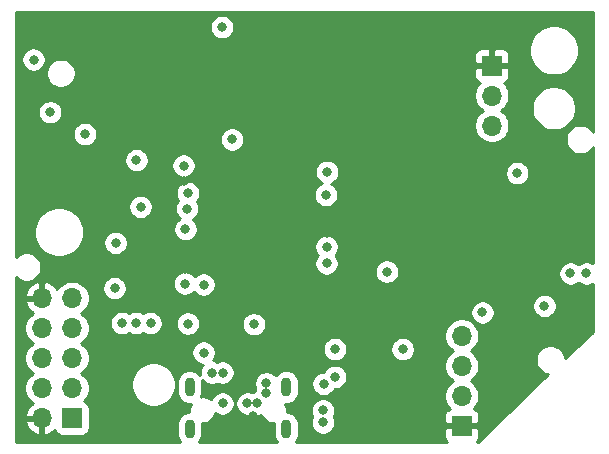
<source format=gbr>
%TF.GenerationSoftware,KiCad,Pcbnew,(5.1.10-1-10_14)*%
%TF.CreationDate,2021-07-23T11:32:30+02:00*%
%TF.ProjectId,WiredSEK,57697265-6453-4454-9b2e-6b696361645f,rev?*%
%TF.SameCoordinates,Original*%
%TF.FileFunction,Copper,L2,Inr*%
%TF.FilePolarity,Positive*%
%FSLAX46Y46*%
G04 Gerber Fmt 4.6, Leading zero omitted, Abs format (unit mm)*
G04 Created by KiCad (PCBNEW (5.1.10-1-10_14)) date 2021-07-23 11:32:30*
%MOMM*%
%LPD*%
G01*
G04 APERTURE LIST*
%TA.AperFunction,ComponentPad*%
%ADD10O,0.900000X1.600000*%
%TD*%
%TA.AperFunction,ComponentPad*%
%ADD11O,1.700000X1.700000*%
%TD*%
%TA.AperFunction,ComponentPad*%
%ADD12R,1.700000X1.700000*%
%TD*%
%TA.AperFunction,ViaPad*%
%ADD13C,0.800000*%
%TD*%
%TA.AperFunction,Conductor*%
%ADD14C,0.254000*%
%TD*%
%TA.AperFunction,Conductor*%
%ADD15C,0.100000*%
%TD*%
G04 APERTURE END LIST*
D10*
%TO.N,*%
%TO.C,J2*%
X91550000Y-73400000D03*
X83350000Y-73400000D03*
X83350000Y-76950000D03*
X91550000Y-76950000D03*
%TD*%
D11*
%TO.N,TX*%
%TO.C,J4*%
X108950000Y-51280000D03*
%TO.N,RX*%
X108950000Y-48740000D03*
D12*
%TO.N,GND*%
X108950000Y-46200000D03*
%TD*%
D11*
%TO.N,T0*%
%TO.C,J5*%
X106400000Y-69080000D03*
%TO.N,T1*%
X106400000Y-71620000D03*
%TO.N,T2*%
X106400000Y-74160000D03*
D12*
%TO.N,GND*%
X106400000Y-76700000D03*
%TD*%
D11*
%TO.N,GND*%
%TO.C,J3*%
X70860000Y-65890000D03*
%TO.N,TDI*%
X73400000Y-65890000D03*
%TO.N,Net-(J3-Pad8)*%
X70860000Y-68430000D03*
%TO.N,+5V*%
X73400000Y-68430000D03*
%TO.N,Net-(J3-Pad6)*%
X70860000Y-70970000D03*
%TO.N,TMS*%
X73400000Y-70970000D03*
%TO.N,+5V*%
X70860000Y-73510000D03*
%TO.N,TDO*%
X73400000Y-73510000D03*
%TO.N,GND*%
X70860000Y-76050000D03*
D12*
%TO.N,TCK*%
X73400000Y-76050000D03*
%TD*%
D13*
%TO.N,RESET*%
X94950000Y-62950000D03*
X108150000Y-67100000D03*
X83200000Y-68050000D03*
%TO.N,+5V*%
X94950000Y-61550000D03*
X82950000Y-64650000D03*
X82850000Y-54660000D03*
X84550000Y-64750000D03*
X70150000Y-45700000D03*
X77000000Y-65050000D03*
X84550000Y-70500000D03*
X100050000Y-63650000D03*
X111100000Y-55300000D03*
X115600000Y-63800000D03*
X116950000Y-63800000D03*
X78850000Y-54200000D03*
X86100000Y-42950000D03*
X113400000Y-66550000D03*
X74500000Y-52000000D03*
X88250000Y-74800000D03*
X89100000Y-74800000D03*
X89850000Y-73100000D03*
X89850000Y-73950000D03*
%TO.N,LED_STATUS*%
X101400000Y-70200000D03*
%TO.N,USB_CONN_D+*%
X94650000Y-76401600D03*
%TO.N,USB_CONN_D-*%
X94650000Y-75398400D03*
%TO.N,TDI*%
X77100000Y-61200000D03*
X83200000Y-57000000D03*
%TO.N,TMS*%
X77650000Y-68000000D03*
X79200000Y-58150000D03*
%TO.N,TDO*%
X78800000Y-68000000D03*
X83150000Y-58300000D03*
%TO.N,TCK*%
X80050000Y-68000000D03*
X83000000Y-60050000D03*
%TO.N,TX*%
X95000000Y-55200000D03*
%TO.N,RX*%
X94900000Y-57150000D03*
%TO.N,HWB*%
X86950000Y-52450000D03*
X71550000Y-50150000D03*
%TO.N,GND*%
X102150000Y-62750000D03*
X105450000Y-56750000D03*
X94950000Y-60350000D03*
X82950000Y-63450000D03*
X82850000Y-55950000D03*
X86950000Y-64750000D03*
X81650000Y-69550000D03*
X83100000Y-42950000D03*
X106100000Y-42950000D03*
X77000000Y-63300000D03*
X78900000Y-56500000D03*
X100200000Y-58450000D03*
X101050000Y-60850000D03*
X112850000Y-53650000D03*
X112800000Y-54850000D03*
X111100000Y-65700000D03*
X70200000Y-56200000D03*
X116150000Y-66450000D03*
X74450000Y-54700000D03*
X102950000Y-77000000D03*
X90500000Y-69500000D03*
X88750000Y-75900000D03*
X101000000Y-77350000D03*
X89400000Y-76600000D03*
X89400000Y-77500000D03*
%TO.N,VBUS*%
X88800000Y-68100000D03*
X94700000Y-73150000D03*
X86150000Y-74800000D03*
X86150000Y-72200000D03*
X85250000Y-72200000D03*
%TO.N,D+*%
X95650000Y-70200000D03*
%TO.N,D-*%
X95650000Y-72550000D03*
%TD*%
D14*
%TO.N,GND*%
X117540000Y-51831447D02*
X117420901Y-51653202D01*
X117246798Y-51479099D01*
X117042074Y-51342307D01*
X116814598Y-51248083D01*
X116573110Y-51200048D01*
X116326890Y-51200048D01*
X116085402Y-51248083D01*
X115857926Y-51342307D01*
X115653202Y-51479099D01*
X115479099Y-51653202D01*
X115342307Y-51857926D01*
X115248083Y-52085402D01*
X115200048Y-52326890D01*
X115200048Y-52573110D01*
X115248083Y-52814598D01*
X115342307Y-53042074D01*
X115479099Y-53246798D01*
X115653202Y-53420901D01*
X115857926Y-53557693D01*
X116085402Y-53651917D01*
X116326890Y-53699952D01*
X116573110Y-53699952D01*
X116814598Y-53651917D01*
X117042074Y-53557693D01*
X117246798Y-53420901D01*
X117420901Y-53246798D01*
X117540000Y-53068553D01*
X117540001Y-62949442D01*
X117440256Y-62882795D01*
X117251898Y-62804774D01*
X117051939Y-62765000D01*
X116848061Y-62765000D01*
X116648102Y-62804774D01*
X116459744Y-62882795D01*
X116290226Y-62996063D01*
X116275000Y-63011289D01*
X116259774Y-62996063D01*
X116090256Y-62882795D01*
X115901898Y-62804774D01*
X115701939Y-62765000D01*
X115498061Y-62765000D01*
X115298102Y-62804774D01*
X115109744Y-62882795D01*
X114940226Y-62996063D01*
X114796063Y-63140226D01*
X114682795Y-63309744D01*
X114604774Y-63498102D01*
X114565000Y-63698061D01*
X114565000Y-63901939D01*
X114604774Y-64101898D01*
X114682795Y-64290256D01*
X114796063Y-64459774D01*
X114940226Y-64603937D01*
X115109744Y-64717205D01*
X115298102Y-64795226D01*
X115498061Y-64835000D01*
X115701939Y-64835000D01*
X115901898Y-64795226D01*
X116090256Y-64717205D01*
X116259774Y-64603937D01*
X116275000Y-64588711D01*
X116290226Y-64603937D01*
X116459744Y-64717205D01*
X116648102Y-64795226D01*
X116848061Y-64835000D01*
X117051939Y-64835000D01*
X117251898Y-64795226D01*
X117440256Y-64717205D01*
X117540001Y-64650558D01*
X117540001Y-68716855D01*
X115149952Y-70989745D01*
X115149952Y-70976890D01*
X115101917Y-70735402D01*
X115007693Y-70507926D01*
X114870901Y-70303202D01*
X114696798Y-70129099D01*
X114492074Y-69992307D01*
X114264598Y-69898083D01*
X114023110Y-69850048D01*
X113776890Y-69850048D01*
X113535402Y-69898083D01*
X113307926Y-69992307D01*
X113103202Y-70129099D01*
X112929099Y-70303202D01*
X112792307Y-70507926D01*
X112698083Y-70735402D01*
X112650048Y-70976890D01*
X112650048Y-71223110D01*
X112698083Y-71464598D01*
X112792307Y-71692074D01*
X112929099Y-71896798D01*
X113103202Y-72070901D01*
X113307926Y-72207693D01*
X113535402Y-72301917D01*
X113729536Y-72340533D01*
X107736282Y-78040000D01*
X107653889Y-78040000D01*
X107701185Y-78001185D01*
X107780537Y-77904494D01*
X107839502Y-77794180D01*
X107875812Y-77674482D01*
X107888072Y-77550000D01*
X107885000Y-76985750D01*
X107726250Y-76827000D01*
X106527000Y-76827000D01*
X106527000Y-76847000D01*
X106273000Y-76847000D01*
X106273000Y-76827000D01*
X105073750Y-76827000D01*
X104915000Y-76985750D01*
X104911928Y-77550000D01*
X104924188Y-77674482D01*
X104960498Y-77794180D01*
X105019463Y-77904494D01*
X105098815Y-78001185D01*
X105146111Y-78040000D01*
X92346299Y-78040000D01*
X92456509Y-77905710D01*
X92557259Y-77717220D01*
X92619300Y-77512696D01*
X92635000Y-77353293D01*
X92635000Y-76546706D01*
X92619300Y-76387303D01*
X92557259Y-76182780D01*
X92456509Y-75994290D01*
X92320922Y-75829078D01*
X92155710Y-75693491D01*
X91967219Y-75592741D01*
X91762696Y-75530700D01*
X91574970Y-75512210D01*
X91585000Y-75461788D01*
X91585000Y-75296461D01*
X93615000Y-75296461D01*
X93615000Y-75500339D01*
X93654774Y-75700298D01*
X93732795Y-75888656D01*
X93740375Y-75900000D01*
X93732795Y-75911344D01*
X93654774Y-76099702D01*
X93615000Y-76299661D01*
X93615000Y-76503539D01*
X93654774Y-76703498D01*
X93732795Y-76891856D01*
X93846063Y-77061374D01*
X93990226Y-77205537D01*
X94159744Y-77318805D01*
X94348102Y-77396826D01*
X94548061Y-77436600D01*
X94751939Y-77436600D01*
X94951898Y-77396826D01*
X95140256Y-77318805D01*
X95309774Y-77205537D01*
X95453937Y-77061374D01*
X95567205Y-76891856D01*
X95645226Y-76703498D01*
X95685000Y-76503539D01*
X95685000Y-76299661D01*
X95645226Y-76099702D01*
X95567205Y-75911344D01*
X95559625Y-75900000D01*
X95567205Y-75888656D01*
X95583216Y-75850000D01*
X104911928Y-75850000D01*
X104915000Y-76414250D01*
X105073750Y-76573000D01*
X106273000Y-76573000D01*
X106273000Y-76553000D01*
X106527000Y-76553000D01*
X106527000Y-76573000D01*
X107726250Y-76573000D01*
X107885000Y-76414250D01*
X107888072Y-75850000D01*
X107875812Y-75725518D01*
X107839502Y-75605820D01*
X107780537Y-75495506D01*
X107701185Y-75398815D01*
X107604494Y-75319463D01*
X107494180Y-75260498D01*
X107421620Y-75238487D01*
X107553475Y-75106632D01*
X107715990Y-74863411D01*
X107827932Y-74593158D01*
X107885000Y-74306260D01*
X107885000Y-74013740D01*
X107827932Y-73726842D01*
X107715990Y-73456589D01*
X107553475Y-73213368D01*
X107346632Y-73006525D01*
X107172240Y-72890000D01*
X107346632Y-72773475D01*
X107553475Y-72566632D01*
X107715990Y-72323411D01*
X107827932Y-72053158D01*
X107885000Y-71766260D01*
X107885000Y-71473740D01*
X107827932Y-71186842D01*
X107715990Y-70916589D01*
X107553475Y-70673368D01*
X107346632Y-70466525D01*
X107172240Y-70350000D01*
X107346632Y-70233475D01*
X107553475Y-70026632D01*
X107715990Y-69783411D01*
X107827932Y-69513158D01*
X107885000Y-69226260D01*
X107885000Y-68933740D01*
X107827932Y-68646842D01*
X107715990Y-68376589D01*
X107553475Y-68133368D01*
X107346632Y-67926525D01*
X107103411Y-67764010D01*
X106833158Y-67652068D01*
X106546260Y-67595000D01*
X106253740Y-67595000D01*
X105966842Y-67652068D01*
X105696589Y-67764010D01*
X105453368Y-67926525D01*
X105246525Y-68133368D01*
X105084010Y-68376589D01*
X104972068Y-68646842D01*
X104915000Y-68933740D01*
X104915000Y-69226260D01*
X104972068Y-69513158D01*
X105084010Y-69783411D01*
X105246525Y-70026632D01*
X105453368Y-70233475D01*
X105627760Y-70350000D01*
X105453368Y-70466525D01*
X105246525Y-70673368D01*
X105084010Y-70916589D01*
X104972068Y-71186842D01*
X104915000Y-71473740D01*
X104915000Y-71766260D01*
X104972068Y-72053158D01*
X105084010Y-72323411D01*
X105246525Y-72566632D01*
X105453368Y-72773475D01*
X105627760Y-72890000D01*
X105453368Y-73006525D01*
X105246525Y-73213368D01*
X105084010Y-73456589D01*
X104972068Y-73726842D01*
X104915000Y-74013740D01*
X104915000Y-74306260D01*
X104972068Y-74593158D01*
X105084010Y-74863411D01*
X105246525Y-75106632D01*
X105378380Y-75238487D01*
X105305820Y-75260498D01*
X105195506Y-75319463D01*
X105098815Y-75398815D01*
X105019463Y-75495506D01*
X104960498Y-75605820D01*
X104924188Y-75725518D01*
X104911928Y-75850000D01*
X95583216Y-75850000D01*
X95645226Y-75700298D01*
X95685000Y-75500339D01*
X95685000Y-75296461D01*
X95645226Y-75096502D01*
X95567205Y-74908144D01*
X95453937Y-74738626D01*
X95309774Y-74594463D01*
X95140256Y-74481195D01*
X94951898Y-74403174D01*
X94751939Y-74363400D01*
X94548061Y-74363400D01*
X94348102Y-74403174D01*
X94159744Y-74481195D01*
X93990226Y-74594463D01*
X93846063Y-74738626D01*
X93732795Y-74908144D01*
X93654774Y-75096502D01*
X93615000Y-75296461D01*
X91585000Y-75296461D01*
X91585000Y-75238212D01*
X91541383Y-75018933D01*
X91463855Y-74831764D01*
X91550000Y-74840249D01*
X91762697Y-74819300D01*
X91967220Y-74757259D01*
X92155710Y-74656509D01*
X92320922Y-74520922D01*
X92456509Y-74355710D01*
X92557259Y-74167220D01*
X92619300Y-73962696D01*
X92635000Y-73803293D01*
X92635000Y-73048061D01*
X93665000Y-73048061D01*
X93665000Y-73251939D01*
X93704774Y-73451898D01*
X93782795Y-73640256D01*
X93896063Y-73809774D01*
X94040226Y-73953937D01*
X94209744Y-74067205D01*
X94398102Y-74145226D01*
X94598061Y-74185000D01*
X94801939Y-74185000D01*
X95001898Y-74145226D01*
X95190256Y-74067205D01*
X95359774Y-73953937D01*
X95503937Y-73809774D01*
X95617205Y-73640256D01*
X95640093Y-73585000D01*
X95751939Y-73585000D01*
X95951898Y-73545226D01*
X96140256Y-73467205D01*
X96309774Y-73353937D01*
X96453937Y-73209774D01*
X96567205Y-73040256D01*
X96645226Y-72851898D01*
X96685000Y-72651939D01*
X96685000Y-72448061D01*
X96645226Y-72248102D01*
X96567205Y-72059744D01*
X96453937Y-71890226D01*
X96309774Y-71746063D01*
X96140256Y-71632795D01*
X95951898Y-71554774D01*
X95751939Y-71515000D01*
X95548061Y-71515000D01*
X95348102Y-71554774D01*
X95159744Y-71632795D01*
X94990226Y-71746063D01*
X94846063Y-71890226D01*
X94732795Y-72059744D01*
X94709907Y-72115000D01*
X94598061Y-72115000D01*
X94398102Y-72154774D01*
X94209744Y-72232795D01*
X94040226Y-72346063D01*
X93896063Y-72490226D01*
X93782795Y-72659744D01*
X93704774Y-72848102D01*
X93665000Y-73048061D01*
X92635000Y-73048061D01*
X92635000Y-72996706D01*
X92619300Y-72837303D01*
X92557259Y-72632780D01*
X92456509Y-72444290D01*
X92320922Y-72279078D01*
X92155710Y-72143491D01*
X91967219Y-72042741D01*
X91762696Y-71980700D01*
X91550000Y-71959751D01*
X91337303Y-71980700D01*
X91132780Y-72042741D01*
X90944290Y-72143491D01*
X90779078Y-72279078D01*
X90650031Y-72436320D01*
X90509774Y-72296063D01*
X90340256Y-72182795D01*
X90151898Y-72104774D01*
X89951939Y-72065000D01*
X89748061Y-72065000D01*
X89548102Y-72104774D01*
X89359744Y-72182795D01*
X89190226Y-72296063D01*
X89046063Y-72440226D01*
X88932795Y-72609744D01*
X88854774Y-72798102D01*
X88815000Y-72998061D01*
X88815000Y-73201939D01*
X88854774Y-73401898D01*
X88905765Y-73525000D01*
X88854774Y-73648102D01*
X88824661Y-73799491D01*
X88798102Y-73804774D01*
X88675000Y-73855765D01*
X88551898Y-73804774D01*
X88351939Y-73765000D01*
X88148061Y-73765000D01*
X87948102Y-73804774D01*
X87759744Y-73882795D01*
X87590226Y-73996063D01*
X87446063Y-74140226D01*
X87332795Y-74309744D01*
X87254774Y-74498102D01*
X87215000Y-74698061D01*
X87215000Y-74901939D01*
X87254774Y-75101898D01*
X87332795Y-75290256D01*
X87446063Y-75459774D01*
X87590226Y-75603937D01*
X87759744Y-75717205D01*
X87948102Y-75795226D01*
X88148061Y-75835000D01*
X88351939Y-75835000D01*
X88551898Y-75795226D01*
X88675000Y-75744235D01*
X88798102Y-75795226D01*
X88998061Y-75835000D01*
X89201939Y-75835000D01*
X89401898Y-75795226D01*
X89405317Y-75793810D01*
X89444176Y-75887624D01*
X89568388Y-76073520D01*
X89726480Y-76231612D01*
X89912376Y-76355824D01*
X90118933Y-76441383D01*
X90338212Y-76485000D01*
X90471078Y-76485000D01*
X90465000Y-76546707D01*
X90465000Y-77353294D01*
X90480700Y-77512697D01*
X90542742Y-77717220D01*
X90643492Y-77905710D01*
X90753702Y-78040000D01*
X84146299Y-78040000D01*
X84256509Y-77905710D01*
X84357259Y-77717220D01*
X84419300Y-77512696D01*
X84435000Y-77353293D01*
X84435000Y-76546706D01*
X84428922Y-76485000D01*
X84561788Y-76485000D01*
X84781067Y-76441383D01*
X84987624Y-76355824D01*
X85173520Y-76231612D01*
X85331612Y-76073520D01*
X85455824Y-75887624D01*
X85541383Y-75681067D01*
X85548924Y-75643157D01*
X85659744Y-75717205D01*
X85848102Y-75795226D01*
X86048061Y-75835000D01*
X86251939Y-75835000D01*
X86451898Y-75795226D01*
X86640256Y-75717205D01*
X86809774Y-75603937D01*
X86953937Y-75459774D01*
X87067205Y-75290256D01*
X87145226Y-75101898D01*
X87185000Y-74901939D01*
X87185000Y-74698061D01*
X87145226Y-74498102D01*
X87067205Y-74309744D01*
X86953937Y-74140226D01*
X86809774Y-73996063D01*
X86640256Y-73882795D01*
X86451898Y-73804774D01*
X86251939Y-73765000D01*
X86048061Y-73765000D01*
X85848102Y-73804774D01*
X85659744Y-73882795D01*
X85490226Y-73996063D01*
X85346063Y-74140226D01*
X85232795Y-74309744D01*
X85168478Y-74465019D01*
X84987624Y-74344176D01*
X84781067Y-74258617D01*
X84561788Y-74215000D01*
X84338212Y-74215000D01*
X84330948Y-74216445D01*
X84357259Y-74167220D01*
X84419300Y-73962696D01*
X84435000Y-73803293D01*
X84435000Y-72996706D01*
X84419300Y-72837303D01*
X84409532Y-72805101D01*
X84446063Y-72859774D01*
X84590226Y-73003937D01*
X84759744Y-73117205D01*
X84948102Y-73195226D01*
X85148061Y-73235000D01*
X85351939Y-73235000D01*
X85551898Y-73195226D01*
X85700000Y-73133880D01*
X85848102Y-73195226D01*
X86048061Y-73235000D01*
X86251939Y-73235000D01*
X86451898Y-73195226D01*
X86640256Y-73117205D01*
X86809774Y-73003937D01*
X86953937Y-72859774D01*
X87067205Y-72690256D01*
X87145226Y-72501898D01*
X87185000Y-72301939D01*
X87185000Y-72098061D01*
X87145226Y-71898102D01*
X87067205Y-71709744D01*
X86953937Y-71540226D01*
X86809774Y-71396063D01*
X86640256Y-71282795D01*
X86451898Y-71204774D01*
X86251939Y-71165000D01*
X86048061Y-71165000D01*
X85848102Y-71204774D01*
X85700000Y-71266120D01*
X85551898Y-71204774D01*
X85351939Y-71165000D01*
X85348711Y-71165000D01*
X85353937Y-71159774D01*
X85467205Y-70990256D01*
X85545226Y-70801898D01*
X85585000Y-70601939D01*
X85585000Y-70398061D01*
X85545226Y-70198102D01*
X85503788Y-70098061D01*
X94615000Y-70098061D01*
X94615000Y-70301939D01*
X94654774Y-70501898D01*
X94732795Y-70690256D01*
X94846063Y-70859774D01*
X94990226Y-71003937D01*
X95159744Y-71117205D01*
X95348102Y-71195226D01*
X95548061Y-71235000D01*
X95751939Y-71235000D01*
X95951898Y-71195226D01*
X96140256Y-71117205D01*
X96309774Y-71003937D01*
X96453937Y-70859774D01*
X96567205Y-70690256D01*
X96645226Y-70501898D01*
X96685000Y-70301939D01*
X96685000Y-70098061D01*
X100365000Y-70098061D01*
X100365000Y-70301939D01*
X100404774Y-70501898D01*
X100482795Y-70690256D01*
X100596063Y-70859774D01*
X100740226Y-71003937D01*
X100909744Y-71117205D01*
X101098102Y-71195226D01*
X101298061Y-71235000D01*
X101501939Y-71235000D01*
X101701898Y-71195226D01*
X101890256Y-71117205D01*
X102059774Y-71003937D01*
X102203937Y-70859774D01*
X102317205Y-70690256D01*
X102395226Y-70501898D01*
X102435000Y-70301939D01*
X102435000Y-70098061D01*
X102395226Y-69898102D01*
X102317205Y-69709744D01*
X102203937Y-69540226D01*
X102059774Y-69396063D01*
X101890256Y-69282795D01*
X101701898Y-69204774D01*
X101501939Y-69165000D01*
X101298061Y-69165000D01*
X101098102Y-69204774D01*
X100909744Y-69282795D01*
X100740226Y-69396063D01*
X100596063Y-69540226D01*
X100482795Y-69709744D01*
X100404774Y-69898102D01*
X100365000Y-70098061D01*
X96685000Y-70098061D01*
X96645226Y-69898102D01*
X96567205Y-69709744D01*
X96453937Y-69540226D01*
X96309774Y-69396063D01*
X96140256Y-69282795D01*
X95951898Y-69204774D01*
X95751939Y-69165000D01*
X95548061Y-69165000D01*
X95348102Y-69204774D01*
X95159744Y-69282795D01*
X94990226Y-69396063D01*
X94846063Y-69540226D01*
X94732795Y-69709744D01*
X94654774Y-69898102D01*
X94615000Y-70098061D01*
X85503788Y-70098061D01*
X85467205Y-70009744D01*
X85353937Y-69840226D01*
X85209774Y-69696063D01*
X85040256Y-69582795D01*
X84851898Y-69504774D01*
X84651939Y-69465000D01*
X84448061Y-69465000D01*
X84248102Y-69504774D01*
X84059744Y-69582795D01*
X83890226Y-69696063D01*
X83746063Y-69840226D01*
X83632795Y-70009744D01*
X83554774Y-70198102D01*
X83515000Y-70398061D01*
X83515000Y-70601939D01*
X83554774Y-70801898D01*
X83632795Y-70990256D01*
X83746063Y-71159774D01*
X83890226Y-71303937D01*
X84059744Y-71417205D01*
X84248102Y-71495226D01*
X84448061Y-71535000D01*
X84451289Y-71535000D01*
X84446063Y-71540226D01*
X84332795Y-71709744D01*
X84254774Y-71898102D01*
X84215000Y-72098061D01*
X84215000Y-72301939D01*
X84239094Y-72423070D01*
X84120922Y-72279078D01*
X83955710Y-72143491D01*
X83767219Y-72042741D01*
X83562696Y-71980700D01*
X83350000Y-71959751D01*
X83137303Y-71980700D01*
X82932780Y-72042741D01*
X82744290Y-72143491D01*
X82579078Y-72279078D01*
X82443491Y-72444290D01*
X82342741Y-72632781D01*
X82280700Y-72837304D01*
X82265000Y-72996707D01*
X82265000Y-73803294D01*
X82280700Y-73962697D01*
X82342742Y-74167220D01*
X82443492Y-74355710D01*
X82579079Y-74520922D01*
X82744291Y-74656509D01*
X82932781Y-74757259D01*
X83137304Y-74819300D01*
X83350000Y-74840249D01*
X83436145Y-74831764D01*
X83358617Y-75018933D01*
X83315000Y-75238212D01*
X83315000Y-75461788D01*
X83325030Y-75512210D01*
X83137303Y-75530700D01*
X82932780Y-75592741D01*
X82744290Y-75693491D01*
X82579078Y-75829078D01*
X82443491Y-75994290D01*
X82342741Y-76182781D01*
X82280700Y-76387304D01*
X82265000Y-76546707D01*
X82265000Y-77353294D01*
X82280700Y-77512697D01*
X82342742Y-77717220D01*
X82443492Y-77905710D01*
X82553702Y-78040000D01*
X68660000Y-78040000D01*
X68660000Y-76406890D01*
X69418524Y-76406890D01*
X69463175Y-76554099D01*
X69588359Y-76816920D01*
X69762412Y-77050269D01*
X69978645Y-77245178D01*
X70228748Y-77394157D01*
X70503109Y-77491481D01*
X70733000Y-77370814D01*
X70733000Y-76177000D01*
X69539845Y-76177000D01*
X69418524Y-76406890D01*
X68660000Y-76406890D01*
X68660000Y-68283740D01*
X69375000Y-68283740D01*
X69375000Y-68576260D01*
X69432068Y-68863158D01*
X69544010Y-69133411D01*
X69706525Y-69376632D01*
X69913368Y-69583475D01*
X70087760Y-69700000D01*
X69913368Y-69816525D01*
X69706525Y-70023368D01*
X69544010Y-70266589D01*
X69432068Y-70536842D01*
X69375000Y-70823740D01*
X69375000Y-71116260D01*
X69432068Y-71403158D01*
X69544010Y-71673411D01*
X69706525Y-71916632D01*
X69913368Y-72123475D01*
X70087760Y-72240000D01*
X69913368Y-72356525D01*
X69706525Y-72563368D01*
X69544010Y-72806589D01*
X69432068Y-73076842D01*
X69375000Y-73363740D01*
X69375000Y-73656260D01*
X69432068Y-73943158D01*
X69544010Y-74213411D01*
X69706525Y-74456632D01*
X69913368Y-74663475D01*
X70095534Y-74785195D01*
X69978645Y-74854822D01*
X69762412Y-75049731D01*
X69588359Y-75283080D01*
X69463175Y-75545901D01*
X69418524Y-75693110D01*
X69539845Y-75923000D01*
X70733000Y-75923000D01*
X70733000Y-75903000D01*
X70987000Y-75903000D01*
X70987000Y-75923000D01*
X71007000Y-75923000D01*
X71007000Y-76177000D01*
X70987000Y-76177000D01*
X70987000Y-77370814D01*
X71216891Y-77491481D01*
X71491252Y-77394157D01*
X71741355Y-77245178D01*
X71937502Y-77068374D01*
X71960498Y-77144180D01*
X72019463Y-77254494D01*
X72098815Y-77351185D01*
X72195506Y-77430537D01*
X72305820Y-77489502D01*
X72425518Y-77525812D01*
X72550000Y-77538072D01*
X74250000Y-77538072D01*
X74374482Y-77525812D01*
X74494180Y-77489502D01*
X74604494Y-77430537D01*
X74701185Y-77351185D01*
X74780537Y-77254494D01*
X74839502Y-77144180D01*
X74875812Y-77024482D01*
X74888072Y-76900000D01*
X74888072Y-75200000D01*
X74875812Y-75075518D01*
X74839502Y-74955820D01*
X74780537Y-74845506D01*
X74701185Y-74748815D01*
X74604494Y-74669463D01*
X74494180Y-74610498D01*
X74421620Y-74588487D01*
X74553475Y-74456632D01*
X74715990Y-74213411D01*
X74827932Y-73943158D01*
X74885000Y-73656260D01*
X74885000Y-73363740D01*
X74827932Y-73076842D01*
X74802045Y-73014344D01*
X78415000Y-73014344D01*
X78415000Y-73385656D01*
X78487439Y-73749834D01*
X78629534Y-74092882D01*
X78835825Y-74401618D01*
X79098382Y-74664175D01*
X79407118Y-74870466D01*
X79750166Y-75012561D01*
X80114344Y-75085000D01*
X80485656Y-75085000D01*
X80849834Y-75012561D01*
X81192882Y-74870466D01*
X81501618Y-74664175D01*
X81764175Y-74401618D01*
X81970466Y-74092882D01*
X82112561Y-73749834D01*
X82185000Y-73385656D01*
X82185000Y-73014344D01*
X82112561Y-72650166D01*
X81970466Y-72307118D01*
X81764175Y-71998382D01*
X81501618Y-71735825D01*
X81192882Y-71529534D01*
X80849834Y-71387439D01*
X80485656Y-71315000D01*
X80114344Y-71315000D01*
X79750166Y-71387439D01*
X79407118Y-71529534D01*
X79098382Y-71735825D01*
X78835825Y-71998382D01*
X78629534Y-72307118D01*
X78487439Y-72650166D01*
X78415000Y-73014344D01*
X74802045Y-73014344D01*
X74715990Y-72806589D01*
X74553475Y-72563368D01*
X74346632Y-72356525D01*
X74172240Y-72240000D01*
X74346632Y-72123475D01*
X74553475Y-71916632D01*
X74715990Y-71673411D01*
X74827932Y-71403158D01*
X74885000Y-71116260D01*
X74885000Y-70823740D01*
X74827932Y-70536842D01*
X74715990Y-70266589D01*
X74553475Y-70023368D01*
X74346632Y-69816525D01*
X74172240Y-69700000D01*
X74346632Y-69583475D01*
X74553475Y-69376632D01*
X74715990Y-69133411D01*
X74827932Y-68863158D01*
X74885000Y-68576260D01*
X74885000Y-68283740D01*
X74827932Y-67996842D01*
X74787016Y-67898061D01*
X76615000Y-67898061D01*
X76615000Y-68101939D01*
X76654774Y-68301898D01*
X76732795Y-68490256D01*
X76846063Y-68659774D01*
X76990226Y-68803937D01*
X77159744Y-68917205D01*
X77348102Y-68995226D01*
X77548061Y-69035000D01*
X77751939Y-69035000D01*
X77951898Y-68995226D01*
X78140256Y-68917205D01*
X78225000Y-68860581D01*
X78309744Y-68917205D01*
X78498102Y-68995226D01*
X78698061Y-69035000D01*
X78901939Y-69035000D01*
X79101898Y-68995226D01*
X79290256Y-68917205D01*
X79425000Y-68827172D01*
X79559744Y-68917205D01*
X79748102Y-68995226D01*
X79948061Y-69035000D01*
X80151939Y-69035000D01*
X80351898Y-68995226D01*
X80540256Y-68917205D01*
X80709774Y-68803937D01*
X80853937Y-68659774D01*
X80967205Y-68490256D01*
X81045226Y-68301898D01*
X81085000Y-68101939D01*
X81085000Y-67948061D01*
X82165000Y-67948061D01*
X82165000Y-68151939D01*
X82204774Y-68351898D01*
X82282795Y-68540256D01*
X82396063Y-68709774D01*
X82540226Y-68853937D01*
X82709744Y-68967205D01*
X82898102Y-69045226D01*
X83098061Y-69085000D01*
X83301939Y-69085000D01*
X83501898Y-69045226D01*
X83690256Y-68967205D01*
X83859774Y-68853937D01*
X84003937Y-68709774D01*
X84117205Y-68540256D01*
X84195226Y-68351898D01*
X84235000Y-68151939D01*
X84235000Y-67998061D01*
X87765000Y-67998061D01*
X87765000Y-68201939D01*
X87804774Y-68401898D01*
X87882795Y-68590256D01*
X87996063Y-68759774D01*
X88140226Y-68903937D01*
X88309744Y-69017205D01*
X88498102Y-69095226D01*
X88698061Y-69135000D01*
X88901939Y-69135000D01*
X89101898Y-69095226D01*
X89290256Y-69017205D01*
X89459774Y-68903937D01*
X89603937Y-68759774D01*
X89717205Y-68590256D01*
X89795226Y-68401898D01*
X89835000Y-68201939D01*
X89835000Y-67998061D01*
X89795226Y-67798102D01*
X89717205Y-67609744D01*
X89603937Y-67440226D01*
X89459774Y-67296063D01*
X89290256Y-67182795D01*
X89101898Y-67104774D01*
X88901939Y-67065000D01*
X88698061Y-67065000D01*
X88498102Y-67104774D01*
X88309744Y-67182795D01*
X88140226Y-67296063D01*
X87996063Y-67440226D01*
X87882795Y-67609744D01*
X87804774Y-67798102D01*
X87765000Y-67998061D01*
X84235000Y-67998061D01*
X84235000Y-67948061D01*
X84195226Y-67748102D01*
X84117205Y-67559744D01*
X84003937Y-67390226D01*
X83859774Y-67246063D01*
X83690256Y-67132795D01*
X83501898Y-67054774D01*
X83301939Y-67015000D01*
X83098061Y-67015000D01*
X82898102Y-67054774D01*
X82709744Y-67132795D01*
X82540226Y-67246063D01*
X82396063Y-67390226D01*
X82282795Y-67559744D01*
X82204774Y-67748102D01*
X82165000Y-67948061D01*
X81085000Y-67948061D01*
X81085000Y-67898061D01*
X81045226Y-67698102D01*
X80967205Y-67509744D01*
X80853937Y-67340226D01*
X80709774Y-67196063D01*
X80540256Y-67082795D01*
X80351898Y-67004774D01*
X80318150Y-66998061D01*
X107115000Y-66998061D01*
X107115000Y-67201939D01*
X107154774Y-67401898D01*
X107232795Y-67590256D01*
X107346063Y-67759774D01*
X107490226Y-67903937D01*
X107659744Y-68017205D01*
X107848102Y-68095226D01*
X108048061Y-68135000D01*
X108251939Y-68135000D01*
X108451898Y-68095226D01*
X108640256Y-68017205D01*
X108809774Y-67903937D01*
X108953937Y-67759774D01*
X109067205Y-67590256D01*
X109145226Y-67401898D01*
X109185000Y-67201939D01*
X109185000Y-66998061D01*
X109145226Y-66798102D01*
X109067205Y-66609744D01*
X108959173Y-66448061D01*
X112365000Y-66448061D01*
X112365000Y-66651939D01*
X112404774Y-66851898D01*
X112482795Y-67040256D01*
X112596063Y-67209774D01*
X112740226Y-67353937D01*
X112909744Y-67467205D01*
X113098102Y-67545226D01*
X113298061Y-67585000D01*
X113501939Y-67585000D01*
X113701898Y-67545226D01*
X113890256Y-67467205D01*
X114059774Y-67353937D01*
X114203937Y-67209774D01*
X114317205Y-67040256D01*
X114395226Y-66851898D01*
X114435000Y-66651939D01*
X114435000Y-66448061D01*
X114395226Y-66248102D01*
X114317205Y-66059744D01*
X114203937Y-65890226D01*
X114059774Y-65746063D01*
X113890256Y-65632795D01*
X113701898Y-65554774D01*
X113501939Y-65515000D01*
X113298061Y-65515000D01*
X113098102Y-65554774D01*
X112909744Y-65632795D01*
X112740226Y-65746063D01*
X112596063Y-65890226D01*
X112482795Y-66059744D01*
X112404774Y-66248102D01*
X112365000Y-66448061D01*
X108959173Y-66448061D01*
X108953937Y-66440226D01*
X108809774Y-66296063D01*
X108640256Y-66182795D01*
X108451898Y-66104774D01*
X108251939Y-66065000D01*
X108048061Y-66065000D01*
X107848102Y-66104774D01*
X107659744Y-66182795D01*
X107490226Y-66296063D01*
X107346063Y-66440226D01*
X107232795Y-66609744D01*
X107154774Y-66798102D01*
X107115000Y-66998061D01*
X80318150Y-66998061D01*
X80151939Y-66965000D01*
X79948061Y-66965000D01*
X79748102Y-67004774D01*
X79559744Y-67082795D01*
X79425000Y-67172828D01*
X79290256Y-67082795D01*
X79101898Y-67004774D01*
X78901939Y-66965000D01*
X78698061Y-66965000D01*
X78498102Y-67004774D01*
X78309744Y-67082795D01*
X78225000Y-67139419D01*
X78140256Y-67082795D01*
X77951898Y-67004774D01*
X77751939Y-66965000D01*
X77548061Y-66965000D01*
X77348102Y-67004774D01*
X77159744Y-67082795D01*
X76990226Y-67196063D01*
X76846063Y-67340226D01*
X76732795Y-67509744D01*
X76654774Y-67698102D01*
X76615000Y-67898061D01*
X74787016Y-67898061D01*
X74715990Y-67726589D01*
X74553475Y-67483368D01*
X74346632Y-67276525D01*
X74172240Y-67160000D01*
X74346632Y-67043475D01*
X74553475Y-66836632D01*
X74715990Y-66593411D01*
X74827932Y-66323158D01*
X74885000Y-66036260D01*
X74885000Y-65743740D01*
X74827932Y-65456842D01*
X74715990Y-65186589D01*
X74556611Y-64948061D01*
X75965000Y-64948061D01*
X75965000Y-65151939D01*
X76004774Y-65351898D01*
X76082795Y-65540256D01*
X76196063Y-65709774D01*
X76340226Y-65853937D01*
X76509744Y-65967205D01*
X76698102Y-66045226D01*
X76898061Y-66085000D01*
X77101939Y-66085000D01*
X77301898Y-66045226D01*
X77490256Y-65967205D01*
X77659774Y-65853937D01*
X77803937Y-65709774D01*
X77917205Y-65540256D01*
X77995226Y-65351898D01*
X78035000Y-65151939D01*
X78035000Y-64948061D01*
X77995226Y-64748102D01*
X77917205Y-64559744D01*
X77909399Y-64548061D01*
X81915000Y-64548061D01*
X81915000Y-64751939D01*
X81954774Y-64951898D01*
X82032795Y-65140256D01*
X82146063Y-65309774D01*
X82290226Y-65453937D01*
X82459744Y-65567205D01*
X82648102Y-65645226D01*
X82848061Y-65685000D01*
X83051939Y-65685000D01*
X83251898Y-65645226D01*
X83440256Y-65567205D01*
X83609774Y-65453937D01*
X83709163Y-65354548D01*
X83746063Y-65409774D01*
X83890226Y-65553937D01*
X84059744Y-65667205D01*
X84248102Y-65745226D01*
X84448061Y-65785000D01*
X84651939Y-65785000D01*
X84851898Y-65745226D01*
X85040256Y-65667205D01*
X85209774Y-65553937D01*
X85353937Y-65409774D01*
X85467205Y-65240256D01*
X85545226Y-65051898D01*
X85585000Y-64851939D01*
X85585000Y-64648061D01*
X85545226Y-64448102D01*
X85467205Y-64259744D01*
X85353937Y-64090226D01*
X85209774Y-63946063D01*
X85040256Y-63832795D01*
X84851898Y-63754774D01*
X84651939Y-63715000D01*
X84448061Y-63715000D01*
X84248102Y-63754774D01*
X84059744Y-63832795D01*
X83890226Y-63946063D01*
X83790837Y-64045452D01*
X83753937Y-63990226D01*
X83609774Y-63846063D01*
X83440256Y-63732795D01*
X83251898Y-63654774D01*
X83051939Y-63615000D01*
X82848061Y-63615000D01*
X82648102Y-63654774D01*
X82459744Y-63732795D01*
X82290226Y-63846063D01*
X82146063Y-63990226D01*
X82032795Y-64159744D01*
X81954774Y-64348102D01*
X81915000Y-64548061D01*
X77909399Y-64548061D01*
X77803937Y-64390226D01*
X77659774Y-64246063D01*
X77490256Y-64132795D01*
X77301898Y-64054774D01*
X77101939Y-64015000D01*
X76898061Y-64015000D01*
X76698102Y-64054774D01*
X76509744Y-64132795D01*
X76340226Y-64246063D01*
X76196063Y-64390226D01*
X76082795Y-64559744D01*
X76004774Y-64748102D01*
X75965000Y-64948061D01*
X74556611Y-64948061D01*
X74553475Y-64943368D01*
X74346632Y-64736525D01*
X74103411Y-64574010D01*
X73833158Y-64462068D01*
X73546260Y-64405000D01*
X73253740Y-64405000D01*
X72966842Y-64462068D01*
X72696589Y-64574010D01*
X72453368Y-64736525D01*
X72246525Y-64943368D01*
X72128900Y-65119406D01*
X71957588Y-64889731D01*
X71741355Y-64694822D01*
X71491252Y-64545843D01*
X71216891Y-64448519D01*
X70987000Y-64569186D01*
X70987000Y-65763000D01*
X71007000Y-65763000D01*
X71007000Y-66017000D01*
X70987000Y-66017000D01*
X70987000Y-66037000D01*
X70733000Y-66037000D01*
X70733000Y-66017000D01*
X69539845Y-66017000D01*
X69418524Y-66246890D01*
X69463175Y-66394099D01*
X69588359Y-66656920D01*
X69762412Y-66890269D01*
X69978645Y-67085178D01*
X70095534Y-67154805D01*
X69913368Y-67276525D01*
X69706525Y-67483368D01*
X69544010Y-67726589D01*
X69432068Y-67996842D01*
X69375000Y-68283740D01*
X68660000Y-68283740D01*
X68660000Y-65533110D01*
X69418524Y-65533110D01*
X69539845Y-65763000D01*
X70733000Y-65763000D01*
X70733000Y-64569186D01*
X70503109Y-64448519D01*
X70228748Y-64545843D01*
X69978645Y-64694822D01*
X69762412Y-64889731D01*
X69588359Y-65123080D01*
X69463175Y-65385901D01*
X69418524Y-65533110D01*
X68660000Y-65533110D01*
X68660000Y-64127699D01*
X68753202Y-64220901D01*
X68957926Y-64357693D01*
X69185402Y-64451917D01*
X69426890Y-64499952D01*
X69673110Y-64499952D01*
X69914598Y-64451917D01*
X70142074Y-64357693D01*
X70346798Y-64220901D01*
X70520901Y-64046798D01*
X70657693Y-63842074D01*
X70751917Y-63614598D01*
X70799952Y-63373110D01*
X70799952Y-63126890D01*
X70751917Y-62885402D01*
X70657693Y-62657926D01*
X70520901Y-62453202D01*
X70346798Y-62279099D01*
X70142074Y-62142307D01*
X69914598Y-62048083D01*
X69673110Y-62000048D01*
X69426890Y-62000048D01*
X69185402Y-62048083D01*
X68957926Y-62142307D01*
X68753202Y-62279099D01*
X68660000Y-62372301D01*
X68660000Y-60089721D01*
X70165000Y-60089721D01*
X70165000Y-60510279D01*
X70247047Y-60922756D01*
X70407988Y-61311302D01*
X70641637Y-61660983D01*
X70939017Y-61958363D01*
X71288698Y-62192012D01*
X71677244Y-62352953D01*
X72089721Y-62435000D01*
X72510279Y-62435000D01*
X72922756Y-62352953D01*
X73311302Y-62192012D01*
X73660983Y-61958363D01*
X73958363Y-61660983D01*
X74192012Y-61311302D01*
X74280339Y-61098061D01*
X76065000Y-61098061D01*
X76065000Y-61301939D01*
X76104774Y-61501898D01*
X76182795Y-61690256D01*
X76296063Y-61859774D01*
X76440226Y-62003937D01*
X76609744Y-62117205D01*
X76798102Y-62195226D01*
X76998061Y-62235000D01*
X77201939Y-62235000D01*
X77401898Y-62195226D01*
X77590256Y-62117205D01*
X77759774Y-62003937D01*
X77903937Y-61859774D01*
X78017205Y-61690256D01*
X78095226Y-61501898D01*
X78105934Y-61448061D01*
X93915000Y-61448061D01*
X93915000Y-61651939D01*
X93954774Y-61851898D01*
X94032795Y-62040256D01*
X94146063Y-62209774D01*
X94186289Y-62250000D01*
X94146063Y-62290226D01*
X94032795Y-62459744D01*
X93954774Y-62648102D01*
X93915000Y-62848061D01*
X93915000Y-63051939D01*
X93954774Y-63251898D01*
X94032795Y-63440256D01*
X94146063Y-63609774D01*
X94290226Y-63753937D01*
X94459744Y-63867205D01*
X94648102Y-63945226D01*
X94848061Y-63985000D01*
X95051939Y-63985000D01*
X95251898Y-63945226D01*
X95440256Y-63867205D01*
X95609774Y-63753937D01*
X95753937Y-63609774D01*
X95795172Y-63548061D01*
X99015000Y-63548061D01*
X99015000Y-63751939D01*
X99054774Y-63951898D01*
X99132795Y-64140256D01*
X99246063Y-64309774D01*
X99390226Y-64453937D01*
X99559744Y-64567205D01*
X99748102Y-64645226D01*
X99948061Y-64685000D01*
X100151939Y-64685000D01*
X100351898Y-64645226D01*
X100540256Y-64567205D01*
X100709774Y-64453937D01*
X100853937Y-64309774D01*
X100967205Y-64140256D01*
X101045226Y-63951898D01*
X101085000Y-63751939D01*
X101085000Y-63548061D01*
X101045226Y-63348102D01*
X100967205Y-63159744D01*
X100853937Y-62990226D01*
X100709774Y-62846063D01*
X100540256Y-62732795D01*
X100351898Y-62654774D01*
X100151939Y-62615000D01*
X99948061Y-62615000D01*
X99748102Y-62654774D01*
X99559744Y-62732795D01*
X99390226Y-62846063D01*
X99246063Y-62990226D01*
X99132795Y-63159744D01*
X99054774Y-63348102D01*
X99015000Y-63548061D01*
X95795172Y-63548061D01*
X95867205Y-63440256D01*
X95945226Y-63251898D01*
X95985000Y-63051939D01*
X95985000Y-62848061D01*
X95945226Y-62648102D01*
X95867205Y-62459744D01*
X95753937Y-62290226D01*
X95713711Y-62250000D01*
X95753937Y-62209774D01*
X95867205Y-62040256D01*
X95945226Y-61851898D01*
X95985000Y-61651939D01*
X95985000Y-61448061D01*
X95945226Y-61248102D01*
X95867205Y-61059744D01*
X95753937Y-60890226D01*
X95609774Y-60746063D01*
X95440256Y-60632795D01*
X95251898Y-60554774D01*
X95051939Y-60515000D01*
X94848061Y-60515000D01*
X94648102Y-60554774D01*
X94459744Y-60632795D01*
X94290226Y-60746063D01*
X94146063Y-60890226D01*
X94032795Y-61059744D01*
X93954774Y-61248102D01*
X93915000Y-61448061D01*
X78105934Y-61448061D01*
X78135000Y-61301939D01*
X78135000Y-61098061D01*
X78095226Y-60898102D01*
X78017205Y-60709744D01*
X77903937Y-60540226D01*
X77759774Y-60396063D01*
X77590256Y-60282795D01*
X77401898Y-60204774D01*
X77201939Y-60165000D01*
X76998061Y-60165000D01*
X76798102Y-60204774D01*
X76609744Y-60282795D01*
X76440226Y-60396063D01*
X76296063Y-60540226D01*
X76182795Y-60709744D01*
X76104774Y-60898102D01*
X76065000Y-61098061D01*
X74280339Y-61098061D01*
X74352953Y-60922756D01*
X74435000Y-60510279D01*
X74435000Y-60089721D01*
X74406822Y-59948061D01*
X81965000Y-59948061D01*
X81965000Y-60151939D01*
X82004774Y-60351898D01*
X82082795Y-60540256D01*
X82196063Y-60709774D01*
X82340226Y-60853937D01*
X82509744Y-60967205D01*
X82698102Y-61045226D01*
X82898061Y-61085000D01*
X83101939Y-61085000D01*
X83301898Y-61045226D01*
X83490256Y-60967205D01*
X83659774Y-60853937D01*
X83803937Y-60709774D01*
X83917205Y-60540256D01*
X83995226Y-60351898D01*
X84035000Y-60151939D01*
X84035000Y-59948061D01*
X83995226Y-59748102D01*
X83917205Y-59559744D01*
X83803937Y-59390226D01*
X83659774Y-59246063D01*
X83625643Y-59223258D01*
X83640256Y-59217205D01*
X83809774Y-59103937D01*
X83953937Y-58959774D01*
X84067205Y-58790256D01*
X84145226Y-58601898D01*
X84185000Y-58401939D01*
X84185000Y-58198061D01*
X84145226Y-57998102D01*
X84067205Y-57809744D01*
X83981794Y-57681917D01*
X84003937Y-57659774D01*
X84117205Y-57490256D01*
X84195226Y-57301898D01*
X84235000Y-57101939D01*
X84235000Y-57048061D01*
X93865000Y-57048061D01*
X93865000Y-57251939D01*
X93904774Y-57451898D01*
X93982795Y-57640256D01*
X94096063Y-57809774D01*
X94240226Y-57953937D01*
X94409744Y-58067205D01*
X94598102Y-58145226D01*
X94798061Y-58185000D01*
X95001939Y-58185000D01*
X95201898Y-58145226D01*
X95390256Y-58067205D01*
X95559774Y-57953937D01*
X95703937Y-57809774D01*
X95817205Y-57640256D01*
X95895226Y-57451898D01*
X95935000Y-57251939D01*
X95935000Y-57048061D01*
X95895226Y-56848102D01*
X95817205Y-56659744D01*
X95703937Y-56490226D01*
X95559774Y-56346063D01*
X95390256Y-56232795D01*
X95300317Y-56195541D01*
X95301898Y-56195226D01*
X95490256Y-56117205D01*
X95659774Y-56003937D01*
X95803937Y-55859774D01*
X95917205Y-55690256D01*
X95995226Y-55501898D01*
X96035000Y-55301939D01*
X96035000Y-55198061D01*
X110065000Y-55198061D01*
X110065000Y-55401939D01*
X110104774Y-55601898D01*
X110182795Y-55790256D01*
X110296063Y-55959774D01*
X110440226Y-56103937D01*
X110609744Y-56217205D01*
X110798102Y-56295226D01*
X110998061Y-56335000D01*
X111201939Y-56335000D01*
X111401898Y-56295226D01*
X111590256Y-56217205D01*
X111759774Y-56103937D01*
X111903937Y-55959774D01*
X112017205Y-55790256D01*
X112095226Y-55601898D01*
X112135000Y-55401939D01*
X112135000Y-55198061D01*
X112095226Y-54998102D01*
X112017205Y-54809744D01*
X111903937Y-54640226D01*
X111759774Y-54496063D01*
X111590256Y-54382795D01*
X111401898Y-54304774D01*
X111201939Y-54265000D01*
X110998061Y-54265000D01*
X110798102Y-54304774D01*
X110609744Y-54382795D01*
X110440226Y-54496063D01*
X110296063Y-54640226D01*
X110182795Y-54809744D01*
X110104774Y-54998102D01*
X110065000Y-55198061D01*
X96035000Y-55198061D01*
X96035000Y-55098061D01*
X95995226Y-54898102D01*
X95917205Y-54709744D01*
X95803937Y-54540226D01*
X95659774Y-54396063D01*
X95490256Y-54282795D01*
X95301898Y-54204774D01*
X95101939Y-54165000D01*
X94898061Y-54165000D01*
X94698102Y-54204774D01*
X94509744Y-54282795D01*
X94340226Y-54396063D01*
X94196063Y-54540226D01*
X94082795Y-54709744D01*
X94004774Y-54898102D01*
X93965000Y-55098061D01*
X93965000Y-55301939D01*
X94004774Y-55501898D01*
X94082795Y-55690256D01*
X94196063Y-55859774D01*
X94340226Y-56003937D01*
X94509744Y-56117205D01*
X94599683Y-56154459D01*
X94598102Y-56154774D01*
X94409744Y-56232795D01*
X94240226Y-56346063D01*
X94096063Y-56490226D01*
X93982795Y-56659744D01*
X93904774Y-56848102D01*
X93865000Y-57048061D01*
X84235000Y-57048061D01*
X84235000Y-56898061D01*
X84195226Y-56698102D01*
X84117205Y-56509744D01*
X84003937Y-56340226D01*
X83859774Y-56196063D01*
X83690256Y-56082795D01*
X83501898Y-56004774D01*
X83301939Y-55965000D01*
X83098061Y-55965000D01*
X82898102Y-56004774D01*
X82709744Y-56082795D01*
X82540226Y-56196063D01*
X82396063Y-56340226D01*
X82282795Y-56509744D01*
X82204774Y-56698102D01*
X82165000Y-56898061D01*
X82165000Y-57101939D01*
X82204774Y-57301898D01*
X82282795Y-57490256D01*
X82368206Y-57618083D01*
X82346063Y-57640226D01*
X82232795Y-57809744D01*
X82154774Y-57998102D01*
X82115000Y-58198061D01*
X82115000Y-58401939D01*
X82154774Y-58601898D01*
X82232795Y-58790256D01*
X82346063Y-58959774D01*
X82490226Y-59103937D01*
X82524357Y-59126742D01*
X82509744Y-59132795D01*
X82340226Y-59246063D01*
X82196063Y-59390226D01*
X82082795Y-59559744D01*
X82004774Y-59748102D01*
X81965000Y-59948061D01*
X74406822Y-59948061D01*
X74352953Y-59677244D01*
X74192012Y-59288698D01*
X73958363Y-58939017D01*
X73660983Y-58641637D01*
X73311302Y-58407988D01*
X72922756Y-58247047D01*
X72510279Y-58165000D01*
X72089721Y-58165000D01*
X71677244Y-58247047D01*
X71288698Y-58407988D01*
X70939017Y-58641637D01*
X70641637Y-58939017D01*
X70407988Y-59288698D01*
X70247047Y-59677244D01*
X70165000Y-60089721D01*
X68660000Y-60089721D01*
X68660000Y-58048061D01*
X78165000Y-58048061D01*
X78165000Y-58251939D01*
X78204774Y-58451898D01*
X78282795Y-58640256D01*
X78396063Y-58809774D01*
X78540226Y-58953937D01*
X78709744Y-59067205D01*
X78898102Y-59145226D01*
X79098061Y-59185000D01*
X79301939Y-59185000D01*
X79501898Y-59145226D01*
X79690256Y-59067205D01*
X79859774Y-58953937D01*
X80003937Y-58809774D01*
X80117205Y-58640256D01*
X80195226Y-58451898D01*
X80235000Y-58251939D01*
X80235000Y-58048061D01*
X80195226Y-57848102D01*
X80117205Y-57659744D01*
X80003937Y-57490226D01*
X79859774Y-57346063D01*
X79690256Y-57232795D01*
X79501898Y-57154774D01*
X79301939Y-57115000D01*
X79098061Y-57115000D01*
X78898102Y-57154774D01*
X78709744Y-57232795D01*
X78540226Y-57346063D01*
X78396063Y-57490226D01*
X78282795Y-57659744D01*
X78204774Y-57848102D01*
X78165000Y-58048061D01*
X68660000Y-58048061D01*
X68660000Y-54098061D01*
X77815000Y-54098061D01*
X77815000Y-54301939D01*
X77854774Y-54501898D01*
X77932795Y-54690256D01*
X78046063Y-54859774D01*
X78190226Y-55003937D01*
X78359744Y-55117205D01*
X78548102Y-55195226D01*
X78748061Y-55235000D01*
X78951939Y-55235000D01*
X79151898Y-55195226D01*
X79340256Y-55117205D01*
X79509774Y-55003937D01*
X79653937Y-54859774D01*
X79767205Y-54690256D01*
X79821962Y-54558061D01*
X81815000Y-54558061D01*
X81815000Y-54761939D01*
X81854774Y-54961898D01*
X81932795Y-55150256D01*
X82046063Y-55319774D01*
X82190226Y-55463937D01*
X82359744Y-55577205D01*
X82548102Y-55655226D01*
X82748061Y-55695000D01*
X82951939Y-55695000D01*
X83151898Y-55655226D01*
X83340256Y-55577205D01*
X83509774Y-55463937D01*
X83653937Y-55319774D01*
X83767205Y-55150256D01*
X83845226Y-54961898D01*
X83885000Y-54761939D01*
X83885000Y-54558061D01*
X83845226Y-54358102D01*
X83767205Y-54169744D01*
X83653937Y-54000226D01*
X83509774Y-53856063D01*
X83340256Y-53742795D01*
X83151898Y-53664774D01*
X82951939Y-53625000D01*
X82748061Y-53625000D01*
X82548102Y-53664774D01*
X82359744Y-53742795D01*
X82190226Y-53856063D01*
X82046063Y-54000226D01*
X81932795Y-54169744D01*
X81854774Y-54358102D01*
X81815000Y-54558061D01*
X79821962Y-54558061D01*
X79845226Y-54501898D01*
X79885000Y-54301939D01*
X79885000Y-54098061D01*
X79845226Y-53898102D01*
X79767205Y-53709744D01*
X79653937Y-53540226D01*
X79509774Y-53396063D01*
X79340256Y-53282795D01*
X79151898Y-53204774D01*
X78951939Y-53165000D01*
X78748061Y-53165000D01*
X78548102Y-53204774D01*
X78359744Y-53282795D01*
X78190226Y-53396063D01*
X78046063Y-53540226D01*
X77932795Y-53709744D01*
X77854774Y-53898102D01*
X77815000Y-54098061D01*
X68660000Y-54098061D01*
X68660000Y-51898061D01*
X73465000Y-51898061D01*
X73465000Y-52101939D01*
X73504774Y-52301898D01*
X73582795Y-52490256D01*
X73696063Y-52659774D01*
X73840226Y-52803937D01*
X74009744Y-52917205D01*
X74198102Y-52995226D01*
X74398061Y-53035000D01*
X74601939Y-53035000D01*
X74801898Y-52995226D01*
X74990256Y-52917205D01*
X75159774Y-52803937D01*
X75303937Y-52659774D01*
X75417205Y-52490256D01*
X75476104Y-52348061D01*
X85915000Y-52348061D01*
X85915000Y-52551939D01*
X85954774Y-52751898D01*
X86032795Y-52940256D01*
X86146063Y-53109774D01*
X86290226Y-53253937D01*
X86459744Y-53367205D01*
X86648102Y-53445226D01*
X86848061Y-53485000D01*
X87051939Y-53485000D01*
X87251898Y-53445226D01*
X87440256Y-53367205D01*
X87609774Y-53253937D01*
X87753937Y-53109774D01*
X87867205Y-52940256D01*
X87945226Y-52751898D01*
X87985000Y-52551939D01*
X87985000Y-52348061D01*
X87945226Y-52148102D01*
X87867205Y-51959744D01*
X87753937Y-51790226D01*
X87609774Y-51646063D01*
X87440256Y-51532795D01*
X87251898Y-51454774D01*
X87051939Y-51415000D01*
X86848061Y-51415000D01*
X86648102Y-51454774D01*
X86459744Y-51532795D01*
X86290226Y-51646063D01*
X86146063Y-51790226D01*
X86032795Y-51959744D01*
X85954774Y-52148102D01*
X85915000Y-52348061D01*
X75476104Y-52348061D01*
X75495226Y-52301898D01*
X75535000Y-52101939D01*
X75535000Y-51898061D01*
X75495226Y-51698102D01*
X75417205Y-51509744D01*
X75303937Y-51340226D01*
X75159774Y-51196063D01*
X74990256Y-51082795D01*
X74801898Y-51004774D01*
X74601939Y-50965000D01*
X74398061Y-50965000D01*
X74198102Y-51004774D01*
X74009744Y-51082795D01*
X73840226Y-51196063D01*
X73696063Y-51340226D01*
X73582795Y-51509744D01*
X73504774Y-51698102D01*
X73465000Y-51898061D01*
X68660000Y-51898061D01*
X68660000Y-50048061D01*
X70515000Y-50048061D01*
X70515000Y-50251939D01*
X70554774Y-50451898D01*
X70632795Y-50640256D01*
X70746063Y-50809774D01*
X70890226Y-50953937D01*
X71059744Y-51067205D01*
X71248102Y-51145226D01*
X71448061Y-51185000D01*
X71651939Y-51185000D01*
X71851898Y-51145226D01*
X72040256Y-51067205D01*
X72209774Y-50953937D01*
X72353937Y-50809774D01*
X72467205Y-50640256D01*
X72545226Y-50451898D01*
X72585000Y-50251939D01*
X72585000Y-50048061D01*
X72545226Y-49848102D01*
X72467205Y-49659744D01*
X72353937Y-49490226D01*
X72209774Y-49346063D01*
X72040256Y-49232795D01*
X71851898Y-49154774D01*
X71651939Y-49115000D01*
X71448061Y-49115000D01*
X71248102Y-49154774D01*
X71059744Y-49232795D01*
X70890226Y-49346063D01*
X70746063Y-49490226D01*
X70632795Y-49659744D01*
X70554774Y-49848102D01*
X70515000Y-50048061D01*
X68660000Y-50048061D01*
X68660000Y-45598061D01*
X69115000Y-45598061D01*
X69115000Y-45801939D01*
X69154774Y-46001898D01*
X69232795Y-46190256D01*
X69346063Y-46359774D01*
X69490226Y-46503937D01*
X69659744Y-46617205D01*
X69848102Y-46695226D01*
X70048061Y-46735000D01*
X70251939Y-46735000D01*
X70292711Y-46726890D01*
X71200048Y-46726890D01*
X71200048Y-46973110D01*
X71248083Y-47214598D01*
X71342307Y-47442074D01*
X71479099Y-47646798D01*
X71653202Y-47820901D01*
X71857926Y-47957693D01*
X72085402Y-48051917D01*
X72326890Y-48099952D01*
X72573110Y-48099952D01*
X72814598Y-48051917D01*
X73042074Y-47957693D01*
X73246798Y-47820901D01*
X73420901Y-47646798D01*
X73557693Y-47442074D01*
X73651917Y-47214598D01*
X73684657Y-47050000D01*
X107461928Y-47050000D01*
X107474188Y-47174482D01*
X107510498Y-47294180D01*
X107569463Y-47404494D01*
X107648815Y-47501185D01*
X107745506Y-47580537D01*
X107855820Y-47639502D01*
X107928380Y-47661513D01*
X107796525Y-47793368D01*
X107634010Y-48036589D01*
X107522068Y-48306842D01*
X107465000Y-48593740D01*
X107465000Y-48886260D01*
X107522068Y-49173158D01*
X107634010Y-49443411D01*
X107796525Y-49686632D01*
X108003368Y-49893475D01*
X108177760Y-50010000D01*
X108003368Y-50126525D01*
X107796525Y-50333368D01*
X107634010Y-50576589D01*
X107522068Y-50846842D01*
X107465000Y-51133740D01*
X107465000Y-51426260D01*
X107522068Y-51713158D01*
X107634010Y-51983411D01*
X107796525Y-52226632D01*
X108003368Y-52433475D01*
X108246589Y-52595990D01*
X108516842Y-52707932D01*
X108803740Y-52765000D01*
X109096260Y-52765000D01*
X109383158Y-52707932D01*
X109653411Y-52595990D01*
X109896632Y-52433475D01*
X110103475Y-52226632D01*
X110265990Y-51983411D01*
X110377932Y-51713158D01*
X110435000Y-51426260D01*
X110435000Y-51133740D01*
X110377932Y-50846842D01*
X110265990Y-50576589D01*
X110103475Y-50333368D01*
X109896632Y-50126525D01*
X109722240Y-50010000D01*
X109896632Y-49893475D01*
X110103475Y-49686632D01*
X110151776Y-49614344D01*
X112315000Y-49614344D01*
X112315000Y-49985656D01*
X112387439Y-50349834D01*
X112529534Y-50692882D01*
X112735825Y-51001618D01*
X112998382Y-51264175D01*
X113307118Y-51470466D01*
X113650166Y-51612561D01*
X114014344Y-51685000D01*
X114385656Y-51685000D01*
X114749834Y-51612561D01*
X115092882Y-51470466D01*
X115401618Y-51264175D01*
X115664175Y-51001618D01*
X115870466Y-50692882D01*
X116012561Y-50349834D01*
X116085000Y-49985656D01*
X116085000Y-49614344D01*
X116012561Y-49250166D01*
X115870466Y-48907118D01*
X115664175Y-48598382D01*
X115401618Y-48335825D01*
X115092882Y-48129534D01*
X114749834Y-47987439D01*
X114385656Y-47915000D01*
X114014344Y-47915000D01*
X113650166Y-47987439D01*
X113307118Y-48129534D01*
X112998382Y-48335825D01*
X112735825Y-48598382D01*
X112529534Y-48907118D01*
X112387439Y-49250166D01*
X112315000Y-49614344D01*
X110151776Y-49614344D01*
X110265990Y-49443411D01*
X110377932Y-49173158D01*
X110435000Y-48886260D01*
X110435000Y-48593740D01*
X110377932Y-48306842D01*
X110265990Y-48036589D01*
X110103475Y-47793368D01*
X109971620Y-47661513D01*
X110044180Y-47639502D01*
X110154494Y-47580537D01*
X110251185Y-47501185D01*
X110330537Y-47404494D01*
X110389502Y-47294180D01*
X110425812Y-47174482D01*
X110438072Y-47050000D01*
X110435000Y-46485750D01*
X110276250Y-46327000D01*
X109077000Y-46327000D01*
X109077000Y-46347000D01*
X108823000Y-46347000D01*
X108823000Y-46327000D01*
X107623750Y-46327000D01*
X107465000Y-46485750D01*
X107461928Y-47050000D01*
X73684657Y-47050000D01*
X73699952Y-46973110D01*
X73699952Y-46726890D01*
X73651917Y-46485402D01*
X73557693Y-46257926D01*
X73420901Y-46053202D01*
X73246798Y-45879099D01*
X73042074Y-45742307D01*
X72814598Y-45648083D01*
X72573110Y-45600048D01*
X72326890Y-45600048D01*
X72085402Y-45648083D01*
X71857926Y-45742307D01*
X71653202Y-45879099D01*
X71479099Y-46053202D01*
X71342307Y-46257926D01*
X71248083Y-46485402D01*
X71200048Y-46726890D01*
X70292711Y-46726890D01*
X70451898Y-46695226D01*
X70640256Y-46617205D01*
X70809774Y-46503937D01*
X70953937Y-46359774D01*
X71067205Y-46190256D01*
X71145226Y-46001898D01*
X71185000Y-45801939D01*
X71185000Y-45598061D01*
X71145226Y-45398102D01*
X71125302Y-45350000D01*
X107461928Y-45350000D01*
X107465000Y-45914250D01*
X107623750Y-46073000D01*
X108823000Y-46073000D01*
X108823000Y-44873750D01*
X109077000Y-44873750D01*
X109077000Y-46073000D01*
X110276250Y-46073000D01*
X110435000Y-45914250D01*
X110438072Y-45350000D01*
X110425812Y-45225518D01*
X110389502Y-45105820D01*
X110330537Y-44995506D01*
X110251185Y-44898815D01*
X110154494Y-44819463D01*
X110044180Y-44760498D01*
X109924482Y-44724188D01*
X109800000Y-44711928D01*
X109235750Y-44715000D01*
X109077000Y-44873750D01*
X108823000Y-44873750D01*
X108664250Y-44715000D01*
X108100000Y-44711928D01*
X107975518Y-44724188D01*
X107855820Y-44760498D01*
X107745506Y-44819463D01*
X107648815Y-44898815D01*
X107569463Y-44995506D01*
X107510498Y-45105820D01*
X107474188Y-45225518D01*
X107461928Y-45350000D01*
X71125302Y-45350000D01*
X71067205Y-45209744D01*
X70953937Y-45040226D01*
X70809774Y-44896063D01*
X70640256Y-44782795D01*
X70451898Y-44704774D01*
X70376221Y-44689721D01*
X112065000Y-44689721D01*
X112065000Y-45110279D01*
X112147047Y-45522756D01*
X112307988Y-45911302D01*
X112541637Y-46260983D01*
X112839017Y-46558363D01*
X113188698Y-46792012D01*
X113577244Y-46952953D01*
X113989721Y-47035000D01*
X114410279Y-47035000D01*
X114822756Y-46952953D01*
X115211302Y-46792012D01*
X115560983Y-46558363D01*
X115858363Y-46260983D01*
X116092012Y-45911302D01*
X116252953Y-45522756D01*
X116335000Y-45110279D01*
X116335000Y-44689721D01*
X116252953Y-44277244D01*
X116092012Y-43888698D01*
X115858363Y-43539017D01*
X115560983Y-43241637D01*
X115211302Y-43007988D01*
X114822756Y-42847047D01*
X114410279Y-42765000D01*
X113989721Y-42765000D01*
X113577244Y-42847047D01*
X113188698Y-43007988D01*
X112839017Y-43241637D01*
X112541637Y-43539017D01*
X112307988Y-43888698D01*
X112147047Y-44277244D01*
X112065000Y-44689721D01*
X70376221Y-44689721D01*
X70251939Y-44665000D01*
X70048061Y-44665000D01*
X69848102Y-44704774D01*
X69659744Y-44782795D01*
X69490226Y-44896063D01*
X69346063Y-45040226D01*
X69232795Y-45209744D01*
X69154774Y-45398102D01*
X69115000Y-45598061D01*
X68660000Y-45598061D01*
X68660000Y-42848061D01*
X85065000Y-42848061D01*
X85065000Y-43051939D01*
X85104774Y-43251898D01*
X85182795Y-43440256D01*
X85296063Y-43609774D01*
X85440226Y-43753937D01*
X85609744Y-43867205D01*
X85798102Y-43945226D01*
X85998061Y-43985000D01*
X86201939Y-43985000D01*
X86401898Y-43945226D01*
X86590256Y-43867205D01*
X86759774Y-43753937D01*
X86903937Y-43609774D01*
X87017205Y-43440256D01*
X87095226Y-43251898D01*
X87135000Y-43051939D01*
X87135000Y-42848061D01*
X87095226Y-42648102D01*
X87017205Y-42459744D01*
X86903937Y-42290226D01*
X86759774Y-42146063D01*
X86590256Y-42032795D01*
X86401898Y-41954774D01*
X86201939Y-41915000D01*
X85998061Y-41915000D01*
X85798102Y-41954774D01*
X85609744Y-42032795D01*
X85440226Y-42146063D01*
X85296063Y-42290226D01*
X85182795Y-42459744D01*
X85104774Y-42648102D01*
X85065000Y-42848061D01*
X68660000Y-42848061D01*
X68660000Y-41660000D01*
X117540000Y-41660000D01*
X117540000Y-51831447D01*
%TA.AperFunction,Conductor*%
D15*
G36*
X117540000Y-51831447D02*
G01*
X117420901Y-51653202D01*
X117246798Y-51479099D01*
X117042074Y-51342307D01*
X116814598Y-51248083D01*
X116573110Y-51200048D01*
X116326890Y-51200048D01*
X116085402Y-51248083D01*
X115857926Y-51342307D01*
X115653202Y-51479099D01*
X115479099Y-51653202D01*
X115342307Y-51857926D01*
X115248083Y-52085402D01*
X115200048Y-52326890D01*
X115200048Y-52573110D01*
X115248083Y-52814598D01*
X115342307Y-53042074D01*
X115479099Y-53246798D01*
X115653202Y-53420901D01*
X115857926Y-53557693D01*
X116085402Y-53651917D01*
X116326890Y-53699952D01*
X116573110Y-53699952D01*
X116814598Y-53651917D01*
X117042074Y-53557693D01*
X117246798Y-53420901D01*
X117420901Y-53246798D01*
X117540000Y-53068553D01*
X117540001Y-62949442D01*
X117440256Y-62882795D01*
X117251898Y-62804774D01*
X117051939Y-62765000D01*
X116848061Y-62765000D01*
X116648102Y-62804774D01*
X116459744Y-62882795D01*
X116290226Y-62996063D01*
X116275000Y-63011289D01*
X116259774Y-62996063D01*
X116090256Y-62882795D01*
X115901898Y-62804774D01*
X115701939Y-62765000D01*
X115498061Y-62765000D01*
X115298102Y-62804774D01*
X115109744Y-62882795D01*
X114940226Y-62996063D01*
X114796063Y-63140226D01*
X114682795Y-63309744D01*
X114604774Y-63498102D01*
X114565000Y-63698061D01*
X114565000Y-63901939D01*
X114604774Y-64101898D01*
X114682795Y-64290256D01*
X114796063Y-64459774D01*
X114940226Y-64603937D01*
X115109744Y-64717205D01*
X115298102Y-64795226D01*
X115498061Y-64835000D01*
X115701939Y-64835000D01*
X115901898Y-64795226D01*
X116090256Y-64717205D01*
X116259774Y-64603937D01*
X116275000Y-64588711D01*
X116290226Y-64603937D01*
X116459744Y-64717205D01*
X116648102Y-64795226D01*
X116848061Y-64835000D01*
X117051939Y-64835000D01*
X117251898Y-64795226D01*
X117440256Y-64717205D01*
X117540001Y-64650558D01*
X117540001Y-68716855D01*
X115149952Y-70989745D01*
X115149952Y-70976890D01*
X115101917Y-70735402D01*
X115007693Y-70507926D01*
X114870901Y-70303202D01*
X114696798Y-70129099D01*
X114492074Y-69992307D01*
X114264598Y-69898083D01*
X114023110Y-69850048D01*
X113776890Y-69850048D01*
X113535402Y-69898083D01*
X113307926Y-69992307D01*
X113103202Y-70129099D01*
X112929099Y-70303202D01*
X112792307Y-70507926D01*
X112698083Y-70735402D01*
X112650048Y-70976890D01*
X112650048Y-71223110D01*
X112698083Y-71464598D01*
X112792307Y-71692074D01*
X112929099Y-71896798D01*
X113103202Y-72070901D01*
X113307926Y-72207693D01*
X113535402Y-72301917D01*
X113729536Y-72340533D01*
X107736282Y-78040000D01*
X107653889Y-78040000D01*
X107701185Y-78001185D01*
X107780537Y-77904494D01*
X107839502Y-77794180D01*
X107875812Y-77674482D01*
X107888072Y-77550000D01*
X107885000Y-76985750D01*
X107726250Y-76827000D01*
X106527000Y-76827000D01*
X106527000Y-76847000D01*
X106273000Y-76847000D01*
X106273000Y-76827000D01*
X105073750Y-76827000D01*
X104915000Y-76985750D01*
X104911928Y-77550000D01*
X104924188Y-77674482D01*
X104960498Y-77794180D01*
X105019463Y-77904494D01*
X105098815Y-78001185D01*
X105146111Y-78040000D01*
X92346299Y-78040000D01*
X92456509Y-77905710D01*
X92557259Y-77717220D01*
X92619300Y-77512696D01*
X92635000Y-77353293D01*
X92635000Y-76546706D01*
X92619300Y-76387303D01*
X92557259Y-76182780D01*
X92456509Y-75994290D01*
X92320922Y-75829078D01*
X92155710Y-75693491D01*
X91967219Y-75592741D01*
X91762696Y-75530700D01*
X91574970Y-75512210D01*
X91585000Y-75461788D01*
X91585000Y-75296461D01*
X93615000Y-75296461D01*
X93615000Y-75500339D01*
X93654774Y-75700298D01*
X93732795Y-75888656D01*
X93740375Y-75900000D01*
X93732795Y-75911344D01*
X93654774Y-76099702D01*
X93615000Y-76299661D01*
X93615000Y-76503539D01*
X93654774Y-76703498D01*
X93732795Y-76891856D01*
X93846063Y-77061374D01*
X93990226Y-77205537D01*
X94159744Y-77318805D01*
X94348102Y-77396826D01*
X94548061Y-77436600D01*
X94751939Y-77436600D01*
X94951898Y-77396826D01*
X95140256Y-77318805D01*
X95309774Y-77205537D01*
X95453937Y-77061374D01*
X95567205Y-76891856D01*
X95645226Y-76703498D01*
X95685000Y-76503539D01*
X95685000Y-76299661D01*
X95645226Y-76099702D01*
X95567205Y-75911344D01*
X95559625Y-75900000D01*
X95567205Y-75888656D01*
X95583216Y-75850000D01*
X104911928Y-75850000D01*
X104915000Y-76414250D01*
X105073750Y-76573000D01*
X106273000Y-76573000D01*
X106273000Y-76553000D01*
X106527000Y-76553000D01*
X106527000Y-76573000D01*
X107726250Y-76573000D01*
X107885000Y-76414250D01*
X107888072Y-75850000D01*
X107875812Y-75725518D01*
X107839502Y-75605820D01*
X107780537Y-75495506D01*
X107701185Y-75398815D01*
X107604494Y-75319463D01*
X107494180Y-75260498D01*
X107421620Y-75238487D01*
X107553475Y-75106632D01*
X107715990Y-74863411D01*
X107827932Y-74593158D01*
X107885000Y-74306260D01*
X107885000Y-74013740D01*
X107827932Y-73726842D01*
X107715990Y-73456589D01*
X107553475Y-73213368D01*
X107346632Y-73006525D01*
X107172240Y-72890000D01*
X107346632Y-72773475D01*
X107553475Y-72566632D01*
X107715990Y-72323411D01*
X107827932Y-72053158D01*
X107885000Y-71766260D01*
X107885000Y-71473740D01*
X107827932Y-71186842D01*
X107715990Y-70916589D01*
X107553475Y-70673368D01*
X107346632Y-70466525D01*
X107172240Y-70350000D01*
X107346632Y-70233475D01*
X107553475Y-70026632D01*
X107715990Y-69783411D01*
X107827932Y-69513158D01*
X107885000Y-69226260D01*
X107885000Y-68933740D01*
X107827932Y-68646842D01*
X107715990Y-68376589D01*
X107553475Y-68133368D01*
X107346632Y-67926525D01*
X107103411Y-67764010D01*
X106833158Y-67652068D01*
X106546260Y-67595000D01*
X106253740Y-67595000D01*
X105966842Y-67652068D01*
X105696589Y-67764010D01*
X105453368Y-67926525D01*
X105246525Y-68133368D01*
X105084010Y-68376589D01*
X104972068Y-68646842D01*
X104915000Y-68933740D01*
X104915000Y-69226260D01*
X104972068Y-69513158D01*
X105084010Y-69783411D01*
X105246525Y-70026632D01*
X105453368Y-70233475D01*
X105627760Y-70350000D01*
X105453368Y-70466525D01*
X105246525Y-70673368D01*
X105084010Y-70916589D01*
X104972068Y-71186842D01*
X104915000Y-71473740D01*
X104915000Y-71766260D01*
X104972068Y-72053158D01*
X105084010Y-72323411D01*
X105246525Y-72566632D01*
X105453368Y-72773475D01*
X105627760Y-72890000D01*
X105453368Y-73006525D01*
X105246525Y-73213368D01*
X105084010Y-73456589D01*
X104972068Y-73726842D01*
X104915000Y-74013740D01*
X104915000Y-74306260D01*
X104972068Y-74593158D01*
X105084010Y-74863411D01*
X105246525Y-75106632D01*
X105378380Y-75238487D01*
X105305820Y-75260498D01*
X105195506Y-75319463D01*
X105098815Y-75398815D01*
X105019463Y-75495506D01*
X104960498Y-75605820D01*
X104924188Y-75725518D01*
X104911928Y-75850000D01*
X95583216Y-75850000D01*
X95645226Y-75700298D01*
X95685000Y-75500339D01*
X95685000Y-75296461D01*
X95645226Y-75096502D01*
X95567205Y-74908144D01*
X95453937Y-74738626D01*
X95309774Y-74594463D01*
X95140256Y-74481195D01*
X94951898Y-74403174D01*
X94751939Y-74363400D01*
X94548061Y-74363400D01*
X94348102Y-74403174D01*
X94159744Y-74481195D01*
X93990226Y-74594463D01*
X93846063Y-74738626D01*
X93732795Y-74908144D01*
X93654774Y-75096502D01*
X93615000Y-75296461D01*
X91585000Y-75296461D01*
X91585000Y-75238212D01*
X91541383Y-75018933D01*
X91463855Y-74831764D01*
X91550000Y-74840249D01*
X91762697Y-74819300D01*
X91967220Y-74757259D01*
X92155710Y-74656509D01*
X92320922Y-74520922D01*
X92456509Y-74355710D01*
X92557259Y-74167220D01*
X92619300Y-73962696D01*
X92635000Y-73803293D01*
X92635000Y-73048061D01*
X93665000Y-73048061D01*
X93665000Y-73251939D01*
X93704774Y-73451898D01*
X93782795Y-73640256D01*
X93896063Y-73809774D01*
X94040226Y-73953937D01*
X94209744Y-74067205D01*
X94398102Y-74145226D01*
X94598061Y-74185000D01*
X94801939Y-74185000D01*
X95001898Y-74145226D01*
X95190256Y-74067205D01*
X95359774Y-73953937D01*
X95503937Y-73809774D01*
X95617205Y-73640256D01*
X95640093Y-73585000D01*
X95751939Y-73585000D01*
X95951898Y-73545226D01*
X96140256Y-73467205D01*
X96309774Y-73353937D01*
X96453937Y-73209774D01*
X96567205Y-73040256D01*
X96645226Y-72851898D01*
X96685000Y-72651939D01*
X96685000Y-72448061D01*
X96645226Y-72248102D01*
X96567205Y-72059744D01*
X96453937Y-71890226D01*
X96309774Y-71746063D01*
X96140256Y-71632795D01*
X95951898Y-71554774D01*
X95751939Y-71515000D01*
X95548061Y-71515000D01*
X95348102Y-71554774D01*
X95159744Y-71632795D01*
X94990226Y-71746063D01*
X94846063Y-71890226D01*
X94732795Y-72059744D01*
X94709907Y-72115000D01*
X94598061Y-72115000D01*
X94398102Y-72154774D01*
X94209744Y-72232795D01*
X94040226Y-72346063D01*
X93896063Y-72490226D01*
X93782795Y-72659744D01*
X93704774Y-72848102D01*
X93665000Y-73048061D01*
X92635000Y-73048061D01*
X92635000Y-72996706D01*
X92619300Y-72837303D01*
X92557259Y-72632780D01*
X92456509Y-72444290D01*
X92320922Y-72279078D01*
X92155710Y-72143491D01*
X91967219Y-72042741D01*
X91762696Y-71980700D01*
X91550000Y-71959751D01*
X91337303Y-71980700D01*
X91132780Y-72042741D01*
X90944290Y-72143491D01*
X90779078Y-72279078D01*
X90650031Y-72436320D01*
X90509774Y-72296063D01*
X90340256Y-72182795D01*
X90151898Y-72104774D01*
X89951939Y-72065000D01*
X89748061Y-72065000D01*
X89548102Y-72104774D01*
X89359744Y-72182795D01*
X89190226Y-72296063D01*
X89046063Y-72440226D01*
X88932795Y-72609744D01*
X88854774Y-72798102D01*
X88815000Y-72998061D01*
X88815000Y-73201939D01*
X88854774Y-73401898D01*
X88905765Y-73525000D01*
X88854774Y-73648102D01*
X88824661Y-73799491D01*
X88798102Y-73804774D01*
X88675000Y-73855765D01*
X88551898Y-73804774D01*
X88351939Y-73765000D01*
X88148061Y-73765000D01*
X87948102Y-73804774D01*
X87759744Y-73882795D01*
X87590226Y-73996063D01*
X87446063Y-74140226D01*
X87332795Y-74309744D01*
X87254774Y-74498102D01*
X87215000Y-74698061D01*
X87215000Y-74901939D01*
X87254774Y-75101898D01*
X87332795Y-75290256D01*
X87446063Y-75459774D01*
X87590226Y-75603937D01*
X87759744Y-75717205D01*
X87948102Y-75795226D01*
X88148061Y-75835000D01*
X88351939Y-75835000D01*
X88551898Y-75795226D01*
X88675000Y-75744235D01*
X88798102Y-75795226D01*
X88998061Y-75835000D01*
X89201939Y-75835000D01*
X89401898Y-75795226D01*
X89405317Y-75793810D01*
X89444176Y-75887624D01*
X89568388Y-76073520D01*
X89726480Y-76231612D01*
X89912376Y-76355824D01*
X90118933Y-76441383D01*
X90338212Y-76485000D01*
X90471078Y-76485000D01*
X90465000Y-76546707D01*
X90465000Y-77353294D01*
X90480700Y-77512697D01*
X90542742Y-77717220D01*
X90643492Y-77905710D01*
X90753702Y-78040000D01*
X84146299Y-78040000D01*
X84256509Y-77905710D01*
X84357259Y-77717220D01*
X84419300Y-77512696D01*
X84435000Y-77353293D01*
X84435000Y-76546706D01*
X84428922Y-76485000D01*
X84561788Y-76485000D01*
X84781067Y-76441383D01*
X84987624Y-76355824D01*
X85173520Y-76231612D01*
X85331612Y-76073520D01*
X85455824Y-75887624D01*
X85541383Y-75681067D01*
X85548924Y-75643157D01*
X85659744Y-75717205D01*
X85848102Y-75795226D01*
X86048061Y-75835000D01*
X86251939Y-75835000D01*
X86451898Y-75795226D01*
X86640256Y-75717205D01*
X86809774Y-75603937D01*
X86953937Y-75459774D01*
X87067205Y-75290256D01*
X87145226Y-75101898D01*
X87185000Y-74901939D01*
X87185000Y-74698061D01*
X87145226Y-74498102D01*
X87067205Y-74309744D01*
X86953937Y-74140226D01*
X86809774Y-73996063D01*
X86640256Y-73882795D01*
X86451898Y-73804774D01*
X86251939Y-73765000D01*
X86048061Y-73765000D01*
X85848102Y-73804774D01*
X85659744Y-73882795D01*
X85490226Y-73996063D01*
X85346063Y-74140226D01*
X85232795Y-74309744D01*
X85168478Y-74465019D01*
X84987624Y-74344176D01*
X84781067Y-74258617D01*
X84561788Y-74215000D01*
X84338212Y-74215000D01*
X84330948Y-74216445D01*
X84357259Y-74167220D01*
X84419300Y-73962696D01*
X84435000Y-73803293D01*
X84435000Y-72996706D01*
X84419300Y-72837303D01*
X84409532Y-72805101D01*
X84446063Y-72859774D01*
X84590226Y-73003937D01*
X84759744Y-73117205D01*
X84948102Y-73195226D01*
X85148061Y-73235000D01*
X85351939Y-73235000D01*
X85551898Y-73195226D01*
X85700000Y-73133880D01*
X85848102Y-73195226D01*
X86048061Y-73235000D01*
X86251939Y-73235000D01*
X86451898Y-73195226D01*
X86640256Y-73117205D01*
X86809774Y-73003937D01*
X86953937Y-72859774D01*
X87067205Y-72690256D01*
X87145226Y-72501898D01*
X87185000Y-72301939D01*
X87185000Y-72098061D01*
X87145226Y-71898102D01*
X87067205Y-71709744D01*
X86953937Y-71540226D01*
X86809774Y-71396063D01*
X86640256Y-71282795D01*
X86451898Y-71204774D01*
X86251939Y-71165000D01*
X86048061Y-71165000D01*
X85848102Y-71204774D01*
X85700000Y-71266120D01*
X85551898Y-71204774D01*
X85351939Y-71165000D01*
X85348711Y-71165000D01*
X85353937Y-71159774D01*
X85467205Y-70990256D01*
X85545226Y-70801898D01*
X85585000Y-70601939D01*
X85585000Y-70398061D01*
X85545226Y-70198102D01*
X85503788Y-70098061D01*
X94615000Y-70098061D01*
X94615000Y-70301939D01*
X94654774Y-70501898D01*
X94732795Y-70690256D01*
X94846063Y-70859774D01*
X94990226Y-71003937D01*
X95159744Y-71117205D01*
X95348102Y-71195226D01*
X95548061Y-71235000D01*
X95751939Y-71235000D01*
X95951898Y-71195226D01*
X96140256Y-71117205D01*
X96309774Y-71003937D01*
X96453937Y-70859774D01*
X96567205Y-70690256D01*
X96645226Y-70501898D01*
X96685000Y-70301939D01*
X96685000Y-70098061D01*
X100365000Y-70098061D01*
X100365000Y-70301939D01*
X100404774Y-70501898D01*
X100482795Y-70690256D01*
X100596063Y-70859774D01*
X100740226Y-71003937D01*
X100909744Y-71117205D01*
X101098102Y-71195226D01*
X101298061Y-71235000D01*
X101501939Y-71235000D01*
X101701898Y-71195226D01*
X101890256Y-71117205D01*
X102059774Y-71003937D01*
X102203937Y-70859774D01*
X102317205Y-70690256D01*
X102395226Y-70501898D01*
X102435000Y-70301939D01*
X102435000Y-70098061D01*
X102395226Y-69898102D01*
X102317205Y-69709744D01*
X102203937Y-69540226D01*
X102059774Y-69396063D01*
X101890256Y-69282795D01*
X101701898Y-69204774D01*
X101501939Y-69165000D01*
X101298061Y-69165000D01*
X101098102Y-69204774D01*
X100909744Y-69282795D01*
X100740226Y-69396063D01*
X100596063Y-69540226D01*
X100482795Y-69709744D01*
X100404774Y-69898102D01*
X100365000Y-70098061D01*
X96685000Y-70098061D01*
X96645226Y-69898102D01*
X96567205Y-69709744D01*
X96453937Y-69540226D01*
X96309774Y-69396063D01*
X96140256Y-69282795D01*
X95951898Y-69204774D01*
X95751939Y-69165000D01*
X95548061Y-69165000D01*
X95348102Y-69204774D01*
X95159744Y-69282795D01*
X94990226Y-69396063D01*
X94846063Y-69540226D01*
X94732795Y-69709744D01*
X94654774Y-69898102D01*
X94615000Y-70098061D01*
X85503788Y-70098061D01*
X85467205Y-70009744D01*
X85353937Y-69840226D01*
X85209774Y-69696063D01*
X85040256Y-69582795D01*
X84851898Y-69504774D01*
X84651939Y-69465000D01*
X84448061Y-69465000D01*
X84248102Y-69504774D01*
X84059744Y-69582795D01*
X83890226Y-69696063D01*
X83746063Y-69840226D01*
X83632795Y-70009744D01*
X83554774Y-70198102D01*
X83515000Y-70398061D01*
X83515000Y-70601939D01*
X83554774Y-70801898D01*
X83632795Y-70990256D01*
X83746063Y-71159774D01*
X83890226Y-71303937D01*
X84059744Y-71417205D01*
X84248102Y-71495226D01*
X84448061Y-71535000D01*
X84451289Y-71535000D01*
X84446063Y-71540226D01*
X84332795Y-71709744D01*
X84254774Y-71898102D01*
X84215000Y-72098061D01*
X84215000Y-72301939D01*
X84239094Y-72423070D01*
X84120922Y-72279078D01*
X83955710Y-72143491D01*
X83767219Y-72042741D01*
X83562696Y-71980700D01*
X83350000Y-71959751D01*
X83137303Y-71980700D01*
X82932780Y-72042741D01*
X82744290Y-72143491D01*
X82579078Y-72279078D01*
X82443491Y-72444290D01*
X82342741Y-72632781D01*
X82280700Y-72837304D01*
X82265000Y-72996707D01*
X82265000Y-73803294D01*
X82280700Y-73962697D01*
X82342742Y-74167220D01*
X82443492Y-74355710D01*
X82579079Y-74520922D01*
X82744291Y-74656509D01*
X82932781Y-74757259D01*
X83137304Y-74819300D01*
X83350000Y-74840249D01*
X83436145Y-74831764D01*
X83358617Y-75018933D01*
X83315000Y-75238212D01*
X83315000Y-75461788D01*
X83325030Y-75512210D01*
X83137303Y-75530700D01*
X82932780Y-75592741D01*
X82744290Y-75693491D01*
X82579078Y-75829078D01*
X82443491Y-75994290D01*
X82342741Y-76182781D01*
X82280700Y-76387304D01*
X82265000Y-76546707D01*
X82265000Y-77353294D01*
X82280700Y-77512697D01*
X82342742Y-77717220D01*
X82443492Y-77905710D01*
X82553702Y-78040000D01*
X68660000Y-78040000D01*
X68660000Y-76406890D01*
X69418524Y-76406890D01*
X69463175Y-76554099D01*
X69588359Y-76816920D01*
X69762412Y-77050269D01*
X69978645Y-77245178D01*
X70228748Y-77394157D01*
X70503109Y-77491481D01*
X70733000Y-77370814D01*
X70733000Y-76177000D01*
X69539845Y-76177000D01*
X69418524Y-76406890D01*
X68660000Y-76406890D01*
X68660000Y-68283740D01*
X69375000Y-68283740D01*
X69375000Y-68576260D01*
X69432068Y-68863158D01*
X69544010Y-69133411D01*
X69706525Y-69376632D01*
X69913368Y-69583475D01*
X70087760Y-69700000D01*
X69913368Y-69816525D01*
X69706525Y-70023368D01*
X69544010Y-70266589D01*
X69432068Y-70536842D01*
X69375000Y-70823740D01*
X69375000Y-71116260D01*
X69432068Y-71403158D01*
X69544010Y-71673411D01*
X69706525Y-71916632D01*
X69913368Y-72123475D01*
X70087760Y-72240000D01*
X69913368Y-72356525D01*
X69706525Y-72563368D01*
X69544010Y-72806589D01*
X69432068Y-73076842D01*
X69375000Y-73363740D01*
X69375000Y-73656260D01*
X69432068Y-73943158D01*
X69544010Y-74213411D01*
X69706525Y-74456632D01*
X69913368Y-74663475D01*
X70095534Y-74785195D01*
X69978645Y-74854822D01*
X69762412Y-75049731D01*
X69588359Y-75283080D01*
X69463175Y-75545901D01*
X69418524Y-75693110D01*
X69539845Y-75923000D01*
X70733000Y-75923000D01*
X70733000Y-75903000D01*
X70987000Y-75903000D01*
X70987000Y-75923000D01*
X71007000Y-75923000D01*
X71007000Y-76177000D01*
X70987000Y-76177000D01*
X70987000Y-77370814D01*
X71216891Y-77491481D01*
X71491252Y-77394157D01*
X71741355Y-77245178D01*
X71937502Y-77068374D01*
X71960498Y-77144180D01*
X72019463Y-77254494D01*
X72098815Y-77351185D01*
X72195506Y-77430537D01*
X72305820Y-77489502D01*
X72425518Y-77525812D01*
X72550000Y-77538072D01*
X74250000Y-77538072D01*
X74374482Y-77525812D01*
X74494180Y-77489502D01*
X74604494Y-77430537D01*
X74701185Y-77351185D01*
X74780537Y-77254494D01*
X74839502Y-77144180D01*
X74875812Y-77024482D01*
X74888072Y-76900000D01*
X74888072Y-75200000D01*
X74875812Y-75075518D01*
X74839502Y-74955820D01*
X74780537Y-74845506D01*
X74701185Y-74748815D01*
X74604494Y-74669463D01*
X74494180Y-74610498D01*
X74421620Y-74588487D01*
X74553475Y-74456632D01*
X74715990Y-74213411D01*
X74827932Y-73943158D01*
X74885000Y-73656260D01*
X74885000Y-73363740D01*
X74827932Y-73076842D01*
X74802045Y-73014344D01*
X78415000Y-73014344D01*
X78415000Y-73385656D01*
X78487439Y-73749834D01*
X78629534Y-74092882D01*
X78835825Y-74401618D01*
X79098382Y-74664175D01*
X79407118Y-74870466D01*
X79750166Y-75012561D01*
X80114344Y-75085000D01*
X80485656Y-75085000D01*
X80849834Y-75012561D01*
X81192882Y-74870466D01*
X81501618Y-74664175D01*
X81764175Y-74401618D01*
X81970466Y-74092882D01*
X82112561Y-73749834D01*
X82185000Y-73385656D01*
X82185000Y-73014344D01*
X82112561Y-72650166D01*
X81970466Y-72307118D01*
X81764175Y-71998382D01*
X81501618Y-71735825D01*
X81192882Y-71529534D01*
X80849834Y-71387439D01*
X80485656Y-71315000D01*
X80114344Y-71315000D01*
X79750166Y-71387439D01*
X79407118Y-71529534D01*
X79098382Y-71735825D01*
X78835825Y-71998382D01*
X78629534Y-72307118D01*
X78487439Y-72650166D01*
X78415000Y-73014344D01*
X74802045Y-73014344D01*
X74715990Y-72806589D01*
X74553475Y-72563368D01*
X74346632Y-72356525D01*
X74172240Y-72240000D01*
X74346632Y-72123475D01*
X74553475Y-71916632D01*
X74715990Y-71673411D01*
X74827932Y-71403158D01*
X74885000Y-71116260D01*
X74885000Y-70823740D01*
X74827932Y-70536842D01*
X74715990Y-70266589D01*
X74553475Y-70023368D01*
X74346632Y-69816525D01*
X74172240Y-69700000D01*
X74346632Y-69583475D01*
X74553475Y-69376632D01*
X74715990Y-69133411D01*
X74827932Y-68863158D01*
X74885000Y-68576260D01*
X74885000Y-68283740D01*
X74827932Y-67996842D01*
X74787016Y-67898061D01*
X76615000Y-67898061D01*
X76615000Y-68101939D01*
X76654774Y-68301898D01*
X76732795Y-68490256D01*
X76846063Y-68659774D01*
X76990226Y-68803937D01*
X77159744Y-68917205D01*
X77348102Y-68995226D01*
X77548061Y-69035000D01*
X77751939Y-69035000D01*
X77951898Y-68995226D01*
X78140256Y-68917205D01*
X78225000Y-68860581D01*
X78309744Y-68917205D01*
X78498102Y-68995226D01*
X78698061Y-69035000D01*
X78901939Y-69035000D01*
X79101898Y-68995226D01*
X79290256Y-68917205D01*
X79425000Y-68827172D01*
X79559744Y-68917205D01*
X79748102Y-68995226D01*
X79948061Y-69035000D01*
X80151939Y-69035000D01*
X80351898Y-68995226D01*
X80540256Y-68917205D01*
X80709774Y-68803937D01*
X80853937Y-68659774D01*
X80967205Y-68490256D01*
X81045226Y-68301898D01*
X81085000Y-68101939D01*
X81085000Y-67948061D01*
X82165000Y-67948061D01*
X82165000Y-68151939D01*
X82204774Y-68351898D01*
X82282795Y-68540256D01*
X82396063Y-68709774D01*
X82540226Y-68853937D01*
X82709744Y-68967205D01*
X82898102Y-69045226D01*
X83098061Y-69085000D01*
X83301939Y-69085000D01*
X83501898Y-69045226D01*
X83690256Y-68967205D01*
X83859774Y-68853937D01*
X84003937Y-68709774D01*
X84117205Y-68540256D01*
X84195226Y-68351898D01*
X84235000Y-68151939D01*
X84235000Y-67998061D01*
X87765000Y-67998061D01*
X87765000Y-68201939D01*
X87804774Y-68401898D01*
X87882795Y-68590256D01*
X87996063Y-68759774D01*
X88140226Y-68903937D01*
X88309744Y-69017205D01*
X88498102Y-69095226D01*
X88698061Y-69135000D01*
X88901939Y-69135000D01*
X89101898Y-69095226D01*
X89290256Y-69017205D01*
X89459774Y-68903937D01*
X89603937Y-68759774D01*
X89717205Y-68590256D01*
X89795226Y-68401898D01*
X89835000Y-68201939D01*
X89835000Y-67998061D01*
X89795226Y-67798102D01*
X89717205Y-67609744D01*
X89603937Y-67440226D01*
X89459774Y-67296063D01*
X89290256Y-67182795D01*
X89101898Y-67104774D01*
X88901939Y-67065000D01*
X88698061Y-67065000D01*
X88498102Y-67104774D01*
X88309744Y-67182795D01*
X88140226Y-67296063D01*
X87996063Y-67440226D01*
X87882795Y-67609744D01*
X87804774Y-67798102D01*
X87765000Y-67998061D01*
X84235000Y-67998061D01*
X84235000Y-67948061D01*
X84195226Y-67748102D01*
X84117205Y-67559744D01*
X84003937Y-67390226D01*
X83859774Y-67246063D01*
X83690256Y-67132795D01*
X83501898Y-67054774D01*
X83301939Y-67015000D01*
X83098061Y-67015000D01*
X82898102Y-67054774D01*
X82709744Y-67132795D01*
X82540226Y-67246063D01*
X82396063Y-67390226D01*
X82282795Y-67559744D01*
X82204774Y-67748102D01*
X82165000Y-67948061D01*
X81085000Y-67948061D01*
X81085000Y-67898061D01*
X81045226Y-67698102D01*
X80967205Y-67509744D01*
X80853937Y-67340226D01*
X80709774Y-67196063D01*
X80540256Y-67082795D01*
X80351898Y-67004774D01*
X80318150Y-66998061D01*
X107115000Y-66998061D01*
X107115000Y-67201939D01*
X107154774Y-67401898D01*
X107232795Y-67590256D01*
X107346063Y-67759774D01*
X107490226Y-67903937D01*
X107659744Y-68017205D01*
X107848102Y-68095226D01*
X108048061Y-68135000D01*
X108251939Y-68135000D01*
X108451898Y-68095226D01*
X108640256Y-68017205D01*
X108809774Y-67903937D01*
X108953937Y-67759774D01*
X109067205Y-67590256D01*
X109145226Y-67401898D01*
X109185000Y-67201939D01*
X109185000Y-66998061D01*
X109145226Y-66798102D01*
X109067205Y-66609744D01*
X108959173Y-66448061D01*
X112365000Y-66448061D01*
X112365000Y-66651939D01*
X112404774Y-66851898D01*
X112482795Y-67040256D01*
X112596063Y-67209774D01*
X112740226Y-67353937D01*
X112909744Y-67467205D01*
X113098102Y-67545226D01*
X113298061Y-67585000D01*
X113501939Y-67585000D01*
X113701898Y-67545226D01*
X113890256Y-67467205D01*
X114059774Y-67353937D01*
X114203937Y-67209774D01*
X114317205Y-67040256D01*
X114395226Y-66851898D01*
X114435000Y-66651939D01*
X114435000Y-66448061D01*
X114395226Y-66248102D01*
X114317205Y-66059744D01*
X114203937Y-65890226D01*
X114059774Y-65746063D01*
X113890256Y-65632795D01*
X113701898Y-65554774D01*
X113501939Y-65515000D01*
X113298061Y-65515000D01*
X113098102Y-65554774D01*
X112909744Y-65632795D01*
X112740226Y-65746063D01*
X112596063Y-65890226D01*
X112482795Y-66059744D01*
X112404774Y-66248102D01*
X112365000Y-66448061D01*
X108959173Y-66448061D01*
X108953937Y-66440226D01*
X108809774Y-66296063D01*
X108640256Y-66182795D01*
X108451898Y-66104774D01*
X108251939Y-66065000D01*
X108048061Y-66065000D01*
X107848102Y-66104774D01*
X107659744Y-66182795D01*
X107490226Y-66296063D01*
X107346063Y-66440226D01*
X107232795Y-66609744D01*
X107154774Y-66798102D01*
X107115000Y-66998061D01*
X80318150Y-66998061D01*
X80151939Y-66965000D01*
X79948061Y-66965000D01*
X79748102Y-67004774D01*
X79559744Y-67082795D01*
X79425000Y-67172828D01*
X79290256Y-67082795D01*
X79101898Y-67004774D01*
X78901939Y-66965000D01*
X78698061Y-66965000D01*
X78498102Y-67004774D01*
X78309744Y-67082795D01*
X78225000Y-67139419D01*
X78140256Y-67082795D01*
X77951898Y-67004774D01*
X77751939Y-66965000D01*
X77548061Y-66965000D01*
X77348102Y-67004774D01*
X77159744Y-67082795D01*
X76990226Y-67196063D01*
X76846063Y-67340226D01*
X76732795Y-67509744D01*
X76654774Y-67698102D01*
X76615000Y-67898061D01*
X74787016Y-67898061D01*
X74715990Y-67726589D01*
X74553475Y-67483368D01*
X74346632Y-67276525D01*
X74172240Y-67160000D01*
X74346632Y-67043475D01*
X74553475Y-66836632D01*
X74715990Y-66593411D01*
X74827932Y-66323158D01*
X74885000Y-66036260D01*
X74885000Y-65743740D01*
X74827932Y-65456842D01*
X74715990Y-65186589D01*
X74556611Y-64948061D01*
X75965000Y-64948061D01*
X75965000Y-65151939D01*
X76004774Y-65351898D01*
X76082795Y-65540256D01*
X76196063Y-65709774D01*
X76340226Y-65853937D01*
X76509744Y-65967205D01*
X76698102Y-66045226D01*
X76898061Y-66085000D01*
X77101939Y-66085000D01*
X77301898Y-66045226D01*
X77490256Y-65967205D01*
X77659774Y-65853937D01*
X77803937Y-65709774D01*
X77917205Y-65540256D01*
X77995226Y-65351898D01*
X78035000Y-65151939D01*
X78035000Y-64948061D01*
X77995226Y-64748102D01*
X77917205Y-64559744D01*
X77909399Y-64548061D01*
X81915000Y-64548061D01*
X81915000Y-64751939D01*
X81954774Y-64951898D01*
X82032795Y-65140256D01*
X82146063Y-65309774D01*
X82290226Y-65453937D01*
X82459744Y-65567205D01*
X82648102Y-65645226D01*
X82848061Y-65685000D01*
X83051939Y-65685000D01*
X83251898Y-65645226D01*
X83440256Y-65567205D01*
X83609774Y-65453937D01*
X83709163Y-65354548D01*
X83746063Y-65409774D01*
X83890226Y-65553937D01*
X84059744Y-65667205D01*
X84248102Y-65745226D01*
X84448061Y-65785000D01*
X84651939Y-65785000D01*
X84851898Y-65745226D01*
X85040256Y-65667205D01*
X85209774Y-65553937D01*
X85353937Y-65409774D01*
X85467205Y-65240256D01*
X85545226Y-65051898D01*
X85585000Y-64851939D01*
X85585000Y-64648061D01*
X85545226Y-64448102D01*
X85467205Y-64259744D01*
X85353937Y-64090226D01*
X85209774Y-63946063D01*
X85040256Y-63832795D01*
X84851898Y-63754774D01*
X84651939Y-63715000D01*
X84448061Y-63715000D01*
X84248102Y-63754774D01*
X84059744Y-63832795D01*
X83890226Y-63946063D01*
X83790837Y-64045452D01*
X83753937Y-63990226D01*
X83609774Y-63846063D01*
X83440256Y-63732795D01*
X83251898Y-63654774D01*
X83051939Y-63615000D01*
X82848061Y-63615000D01*
X82648102Y-63654774D01*
X82459744Y-63732795D01*
X82290226Y-63846063D01*
X82146063Y-63990226D01*
X82032795Y-64159744D01*
X81954774Y-64348102D01*
X81915000Y-64548061D01*
X77909399Y-64548061D01*
X77803937Y-64390226D01*
X77659774Y-64246063D01*
X77490256Y-64132795D01*
X77301898Y-64054774D01*
X77101939Y-64015000D01*
X76898061Y-64015000D01*
X76698102Y-64054774D01*
X76509744Y-64132795D01*
X76340226Y-64246063D01*
X76196063Y-64390226D01*
X76082795Y-64559744D01*
X76004774Y-64748102D01*
X75965000Y-64948061D01*
X74556611Y-64948061D01*
X74553475Y-64943368D01*
X74346632Y-64736525D01*
X74103411Y-64574010D01*
X73833158Y-64462068D01*
X73546260Y-64405000D01*
X73253740Y-64405000D01*
X72966842Y-64462068D01*
X72696589Y-64574010D01*
X72453368Y-64736525D01*
X72246525Y-64943368D01*
X72128900Y-65119406D01*
X71957588Y-64889731D01*
X71741355Y-64694822D01*
X71491252Y-64545843D01*
X71216891Y-64448519D01*
X70987000Y-64569186D01*
X70987000Y-65763000D01*
X71007000Y-65763000D01*
X71007000Y-66017000D01*
X70987000Y-66017000D01*
X70987000Y-66037000D01*
X70733000Y-66037000D01*
X70733000Y-66017000D01*
X69539845Y-66017000D01*
X69418524Y-66246890D01*
X69463175Y-66394099D01*
X69588359Y-66656920D01*
X69762412Y-66890269D01*
X69978645Y-67085178D01*
X70095534Y-67154805D01*
X69913368Y-67276525D01*
X69706525Y-67483368D01*
X69544010Y-67726589D01*
X69432068Y-67996842D01*
X69375000Y-68283740D01*
X68660000Y-68283740D01*
X68660000Y-65533110D01*
X69418524Y-65533110D01*
X69539845Y-65763000D01*
X70733000Y-65763000D01*
X70733000Y-64569186D01*
X70503109Y-64448519D01*
X70228748Y-64545843D01*
X69978645Y-64694822D01*
X69762412Y-64889731D01*
X69588359Y-65123080D01*
X69463175Y-65385901D01*
X69418524Y-65533110D01*
X68660000Y-65533110D01*
X68660000Y-64127699D01*
X68753202Y-64220901D01*
X68957926Y-64357693D01*
X69185402Y-64451917D01*
X69426890Y-64499952D01*
X69673110Y-64499952D01*
X69914598Y-64451917D01*
X70142074Y-64357693D01*
X70346798Y-64220901D01*
X70520901Y-64046798D01*
X70657693Y-63842074D01*
X70751917Y-63614598D01*
X70799952Y-63373110D01*
X70799952Y-63126890D01*
X70751917Y-62885402D01*
X70657693Y-62657926D01*
X70520901Y-62453202D01*
X70346798Y-62279099D01*
X70142074Y-62142307D01*
X69914598Y-62048083D01*
X69673110Y-62000048D01*
X69426890Y-62000048D01*
X69185402Y-62048083D01*
X68957926Y-62142307D01*
X68753202Y-62279099D01*
X68660000Y-62372301D01*
X68660000Y-60089721D01*
X70165000Y-60089721D01*
X70165000Y-60510279D01*
X70247047Y-60922756D01*
X70407988Y-61311302D01*
X70641637Y-61660983D01*
X70939017Y-61958363D01*
X71288698Y-62192012D01*
X71677244Y-62352953D01*
X72089721Y-62435000D01*
X72510279Y-62435000D01*
X72922756Y-62352953D01*
X73311302Y-62192012D01*
X73660983Y-61958363D01*
X73958363Y-61660983D01*
X74192012Y-61311302D01*
X74280339Y-61098061D01*
X76065000Y-61098061D01*
X76065000Y-61301939D01*
X76104774Y-61501898D01*
X76182795Y-61690256D01*
X76296063Y-61859774D01*
X76440226Y-62003937D01*
X76609744Y-62117205D01*
X76798102Y-62195226D01*
X76998061Y-62235000D01*
X77201939Y-62235000D01*
X77401898Y-62195226D01*
X77590256Y-62117205D01*
X77759774Y-62003937D01*
X77903937Y-61859774D01*
X78017205Y-61690256D01*
X78095226Y-61501898D01*
X78105934Y-61448061D01*
X93915000Y-61448061D01*
X93915000Y-61651939D01*
X93954774Y-61851898D01*
X94032795Y-62040256D01*
X94146063Y-62209774D01*
X94186289Y-62250000D01*
X94146063Y-62290226D01*
X94032795Y-62459744D01*
X93954774Y-62648102D01*
X93915000Y-62848061D01*
X93915000Y-63051939D01*
X93954774Y-63251898D01*
X94032795Y-63440256D01*
X94146063Y-63609774D01*
X94290226Y-63753937D01*
X94459744Y-63867205D01*
X94648102Y-63945226D01*
X94848061Y-63985000D01*
X95051939Y-63985000D01*
X95251898Y-63945226D01*
X95440256Y-63867205D01*
X95609774Y-63753937D01*
X95753937Y-63609774D01*
X95795172Y-63548061D01*
X99015000Y-63548061D01*
X99015000Y-63751939D01*
X99054774Y-63951898D01*
X99132795Y-64140256D01*
X99246063Y-64309774D01*
X99390226Y-64453937D01*
X99559744Y-64567205D01*
X99748102Y-64645226D01*
X99948061Y-64685000D01*
X100151939Y-64685000D01*
X100351898Y-64645226D01*
X100540256Y-64567205D01*
X100709774Y-64453937D01*
X100853937Y-64309774D01*
X100967205Y-64140256D01*
X101045226Y-63951898D01*
X101085000Y-63751939D01*
X101085000Y-63548061D01*
X101045226Y-63348102D01*
X100967205Y-63159744D01*
X100853937Y-62990226D01*
X100709774Y-62846063D01*
X100540256Y-62732795D01*
X100351898Y-62654774D01*
X100151939Y-62615000D01*
X99948061Y-62615000D01*
X99748102Y-62654774D01*
X99559744Y-62732795D01*
X99390226Y-62846063D01*
X99246063Y-62990226D01*
X99132795Y-63159744D01*
X99054774Y-63348102D01*
X99015000Y-63548061D01*
X95795172Y-63548061D01*
X95867205Y-63440256D01*
X95945226Y-63251898D01*
X95985000Y-63051939D01*
X95985000Y-62848061D01*
X95945226Y-62648102D01*
X95867205Y-62459744D01*
X95753937Y-62290226D01*
X95713711Y-62250000D01*
X95753937Y-62209774D01*
X95867205Y-62040256D01*
X95945226Y-61851898D01*
X95985000Y-61651939D01*
X95985000Y-61448061D01*
X95945226Y-61248102D01*
X95867205Y-61059744D01*
X95753937Y-60890226D01*
X95609774Y-60746063D01*
X95440256Y-60632795D01*
X95251898Y-60554774D01*
X95051939Y-60515000D01*
X94848061Y-60515000D01*
X94648102Y-60554774D01*
X94459744Y-60632795D01*
X94290226Y-60746063D01*
X94146063Y-60890226D01*
X94032795Y-61059744D01*
X93954774Y-61248102D01*
X93915000Y-61448061D01*
X78105934Y-61448061D01*
X78135000Y-61301939D01*
X78135000Y-61098061D01*
X78095226Y-60898102D01*
X78017205Y-60709744D01*
X77903937Y-60540226D01*
X77759774Y-60396063D01*
X77590256Y-60282795D01*
X77401898Y-60204774D01*
X77201939Y-60165000D01*
X76998061Y-60165000D01*
X76798102Y-60204774D01*
X76609744Y-60282795D01*
X76440226Y-60396063D01*
X76296063Y-60540226D01*
X76182795Y-60709744D01*
X76104774Y-60898102D01*
X76065000Y-61098061D01*
X74280339Y-61098061D01*
X74352953Y-60922756D01*
X74435000Y-60510279D01*
X74435000Y-60089721D01*
X74406822Y-59948061D01*
X81965000Y-59948061D01*
X81965000Y-60151939D01*
X82004774Y-60351898D01*
X82082795Y-60540256D01*
X82196063Y-60709774D01*
X82340226Y-60853937D01*
X82509744Y-60967205D01*
X82698102Y-61045226D01*
X82898061Y-61085000D01*
X83101939Y-61085000D01*
X83301898Y-61045226D01*
X83490256Y-60967205D01*
X83659774Y-60853937D01*
X83803937Y-60709774D01*
X83917205Y-60540256D01*
X83995226Y-60351898D01*
X84035000Y-60151939D01*
X84035000Y-59948061D01*
X83995226Y-59748102D01*
X83917205Y-59559744D01*
X83803937Y-59390226D01*
X83659774Y-59246063D01*
X83625643Y-59223258D01*
X83640256Y-59217205D01*
X83809774Y-59103937D01*
X83953937Y-58959774D01*
X84067205Y-58790256D01*
X84145226Y-58601898D01*
X84185000Y-58401939D01*
X84185000Y-58198061D01*
X84145226Y-57998102D01*
X84067205Y-57809744D01*
X83981794Y-57681917D01*
X84003937Y-57659774D01*
X84117205Y-57490256D01*
X84195226Y-57301898D01*
X84235000Y-57101939D01*
X84235000Y-57048061D01*
X93865000Y-57048061D01*
X93865000Y-57251939D01*
X93904774Y-57451898D01*
X93982795Y-57640256D01*
X94096063Y-57809774D01*
X94240226Y-57953937D01*
X94409744Y-58067205D01*
X94598102Y-58145226D01*
X94798061Y-58185000D01*
X95001939Y-58185000D01*
X95201898Y-58145226D01*
X95390256Y-58067205D01*
X95559774Y-57953937D01*
X95703937Y-57809774D01*
X95817205Y-57640256D01*
X95895226Y-57451898D01*
X95935000Y-57251939D01*
X95935000Y-57048061D01*
X95895226Y-56848102D01*
X95817205Y-56659744D01*
X95703937Y-56490226D01*
X95559774Y-56346063D01*
X95390256Y-56232795D01*
X95300317Y-56195541D01*
X95301898Y-56195226D01*
X95490256Y-56117205D01*
X95659774Y-56003937D01*
X95803937Y-55859774D01*
X95917205Y-55690256D01*
X95995226Y-55501898D01*
X96035000Y-55301939D01*
X96035000Y-55198061D01*
X110065000Y-55198061D01*
X110065000Y-55401939D01*
X110104774Y-55601898D01*
X110182795Y-55790256D01*
X110296063Y-55959774D01*
X110440226Y-56103937D01*
X110609744Y-56217205D01*
X110798102Y-56295226D01*
X110998061Y-56335000D01*
X111201939Y-56335000D01*
X111401898Y-56295226D01*
X111590256Y-56217205D01*
X111759774Y-56103937D01*
X111903937Y-55959774D01*
X112017205Y-55790256D01*
X112095226Y-55601898D01*
X112135000Y-55401939D01*
X112135000Y-55198061D01*
X112095226Y-54998102D01*
X112017205Y-54809744D01*
X111903937Y-54640226D01*
X111759774Y-54496063D01*
X111590256Y-54382795D01*
X111401898Y-54304774D01*
X111201939Y-54265000D01*
X110998061Y-54265000D01*
X110798102Y-54304774D01*
X110609744Y-54382795D01*
X110440226Y-54496063D01*
X110296063Y-54640226D01*
X110182795Y-54809744D01*
X110104774Y-54998102D01*
X110065000Y-55198061D01*
X96035000Y-55198061D01*
X96035000Y-55098061D01*
X95995226Y-54898102D01*
X95917205Y-54709744D01*
X95803937Y-54540226D01*
X95659774Y-54396063D01*
X95490256Y-54282795D01*
X95301898Y-54204774D01*
X95101939Y-54165000D01*
X94898061Y-54165000D01*
X94698102Y-54204774D01*
X94509744Y-54282795D01*
X94340226Y-54396063D01*
X94196063Y-54540226D01*
X94082795Y-54709744D01*
X94004774Y-54898102D01*
X93965000Y-55098061D01*
X93965000Y-55301939D01*
X94004774Y-55501898D01*
X94082795Y-55690256D01*
X94196063Y-55859774D01*
X94340226Y-56003937D01*
X94509744Y-56117205D01*
X94599683Y-56154459D01*
X94598102Y-56154774D01*
X94409744Y-56232795D01*
X94240226Y-56346063D01*
X94096063Y-56490226D01*
X93982795Y-56659744D01*
X93904774Y-56848102D01*
X93865000Y-57048061D01*
X84235000Y-57048061D01*
X84235000Y-56898061D01*
X84195226Y-56698102D01*
X84117205Y-56509744D01*
X84003937Y-56340226D01*
X83859774Y-56196063D01*
X83690256Y-56082795D01*
X83501898Y-56004774D01*
X83301939Y-55965000D01*
X83098061Y-55965000D01*
X82898102Y-56004774D01*
X82709744Y-56082795D01*
X82540226Y-56196063D01*
X82396063Y-56340226D01*
X82282795Y-56509744D01*
X82204774Y-56698102D01*
X82165000Y-56898061D01*
X82165000Y-57101939D01*
X82204774Y-57301898D01*
X82282795Y-57490256D01*
X82368206Y-57618083D01*
X82346063Y-57640226D01*
X82232795Y-57809744D01*
X82154774Y-57998102D01*
X82115000Y-58198061D01*
X82115000Y-58401939D01*
X82154774Y-58601898D01*
X82232795Y-58790256D01*
X82346063Y-58959774D01*
X82490226Y-59103937D01*
X82524357Y-59126742D01*
X82509744Y-59132795D01*
X82340226Y-59246063D01*
X82196063Y-59390226D01*
X82082795Y-59559744D01*
X82004774Y-59748102D01*
X81965000Y-59948061D01*
X74406822Y-59948061D01*
X74352953Y-59677244D01*
X74192012Y-59288698D01*
X73958363Y-58939017D01*
X73660983Y-58641637D01*
X73311302Y-58407988D01*
X72922756Y-58247047D01*
X72510279Y-58165000D01*
X72089721Y-58165000D01*
X71677244Y-58247047D01*
X71288698Y-58407988D01*
X70939017Y-58641637D01*
X70641637Y-58939017D01*
X70407988Y-59288698D01*
X70247047Y-59677244D01*
X70165000Y-60089721D01*
X68660000Y-60089721D01*
X68660000Y-58048061D01*
X78165000Y-58048061D01*
X78165000Y-58251939D01*
X78204774Y-58451898D01*
X78282795Y-58640256D01*
X78396063Y-58809774D01*
X78540226Y-58953937D01*
X78709744Y-59067205D01*
X78898102Y-59145226D01*
X79098061Y-59185000D01*
X79301939Y-59185000D01*
X79501898Y-59145226D01*
X79690256Y-59067205D01*
X79859774Y-58953937D01*
X80003937Y-58809774D01*
X80117205Y-58640256D01*
X80195226Y-58451898D01*
X80235000Y-58251939D01*
X80235000Y-58048061D01*
X80195226Y-57848102D01*
X80117205Y-57659744D01*
X80003937Y-57490226D01*
X79859774Y-57346063D01*
X79690256Y-57232795D01*
X79501898Y-57154774D01*
X79301939Y-57115000D01*
X79098061Y-57115000D01*
X78898102Y-57154774D01*
X78709744Y-57232795D01*
X78540226Y-57346063D01*
X78396063Y-57490226D01*
X78282795Y-57659744D01*
X78204774Y-57848102D01*
X78165000Y-58048061D01*
X68660000Y-58048061D01*
X68660000Y-54098061D01*
X77815000Y-54098061D01*
X77815000Y-54301939D01*
X77854774Y-54501898D01*
X77932795Y-54690256D01*
X78046063Y-54859774D01*
X78190226Y-55003937D01*
X78359744Y-55117205D01*
X78548102Y-55195226D01*
X78748061Y-55235000D01*
X78951939Y-55235000D01*
X79151898Y-55195226D01*
X79340256Y-55117205D01*
X79509774Y-55003937D01*
X79653937Y-54859774D01*
X79767205Y-54690256D01*
X79821962Y-54558061D01*
X81815000Y-54558061D01*
X81815000Y-54761939D01*
X81854774Y-54961898D01*
X81932795Y-55150256D01*
X82046063Y-55319774D01*
X82190226Y-55463937D01*
X82359744Y-55577205D01*
X82548102Y-55655226D01*
X82748061Y-55695000D01*
X82951939Y-55695000D01*
X83151898Y-55655226D01*
X83340256Y-55577205D01*
X83509774Y-55463937D01*
X83653937Y-55319774D01*
X83767205Y-55150256D01*
X83845226Y-54961898D01*
X83885000Y-54761939D01*
X83885000Y-54558061D01*
X83845226Y-54358102D01*
X83767205Y-54169744D01*
X83653937Y-54000226D01*
X83509774Y-53856063D01*
X83340256Y-53742795D01*
X83151898Y-53664774D01*
X82951939Y-53625000D01*
X82748061Y-53625000D01*
X82548102Y-53664774D01*
X82359744Y-53742795D01*
X82190226Y-53856063D01*
X82046063Y-54000226D01*
X81932795Y-54169744D01*
X81854774Y-54358102D01*
X81815000Y-54558061D01*
X79821962Y-54558061D01*
X79845226Y-54501898D01*
X79885000Y-54301939D01*
X79885000Y-54098061D01*
X79845226Y-53898102D01*
X79767205Y-53709744D01*
X79653937Y-53540226D01*
X79509774Y-53396063D01*
X79340256Y-53282795D01*
X79151898Y-53204774D01*
X78951939Y-53165000D01*
X78748061Y-53165000D01*
X78548102Y-53204774D01*
X78359744Y-53282795D01*
X78190226Y-53396063D01*
X78046063Y-53540226D01*
X77932795Y-53709744D01*
X77854774Y-53898102D01*
X77815000Y-54098061D01*
X68660000Y-54098061D01*
X68660000Y-51898061D01*
X73465000Y-51898061D01*
X73465000Y-52101939D01*
X73504774Y-52301898D01*
X73582795Y-52490256D01*
X73696063Y-52659774D01*
X73840226Y-52803937D01*
X74009744Y-52917205D01*
X74198102Y-52995226D01*
X74398061Y-53035000D01*
X74601939Y-53035000D01*
X74801898Y-52995226D01*
X74990256Y-52917205D01*
X75159774Y-52803937D01*
X75303937Y-52659774D01*
X75417205Y-52490256D01*
X75476104Y-52348061D01*
X85915000Y-52348061D01*
X85915000Y-52551939D01*
X85954774Y-52751898D01*
X86032795Y-52940256D01*
X86146063Y-53109774D01*
X86290226Y-53253937D01*
X86459744Y-53367205D01*
X86648102Y-53445226D01*
X86848061Y-53485000D01*
X87051939Y-53485000D01*
X87251898Y-53445226D01*
X87440256Y-53367205D01*
X87609774Y-53253937D01*
X87753937Y-53109774D01*
X87867205Y-52940256D01*
X87945226Y-52751898D01*
X87985000Y-52551939D01*
X87985000Y-52348061D01*
X87945226Y-52148102D01*
X87867205Y-51959744D01*
X87753937Y-51790226D01*
X87609774Y-51646063D01*
X87440256Y-51532795D01*
X87251898Y-51454774D01*
X87051939Y-51415000D01*
X86848061Y-51415000D01*
X86648102Y-51454774D01*
X86459744Y-51532795D01*
X86290226Y-51646063D01*
X86146063Y-51790226D01*
X86032795Y-51959744D01*
X85954774Y-52148102D01*
X85915000Y-52348061D01*
X75476104Y-52348061D01*
X75495226Y-52301898D01*
X75535000Y-52101939D01*
X75535000Y-51898061D01*
X75495226Y-51698102D01*
X75417205Y-51509744D01*
X75303937Y-51340226D01*
X75159774Y-51196063D01*
X74990256Y-51082795D01*
X74801898Y-51004774D01*
X74601939Y-50965000D01*
X74398061Y-50965000D01*
X74198102Y-51004774D01*
X74009744Y-51082795D01*
X73840226Y-51196063D01*
X73696063Y-51340226D01*
X73582795Y-51509744D01*
X73504774Y-51698102D01*
X73465000Y-51898061D01*
X68660000Y-51898061D01*
X68660000Y-50048061D01*
X70515000Y-50048061D01*
X70515000Y-50251939D01*
X70554774Y-50451898D01*
X70632795Y-50640256D01*
X70746063Y-50809774D01*
X70890226Y-50953937D01*
X71059744Y-51067205D01*
X71248102Y-51145226D01*
X71448061Y-51185000D01*
X71651939Y-51185000D01*
X71851898Y-51145226D01*
X72040256Y-51067205D01*
X72209774Y-50953937D01*
X72353937Y-50809774D01*
X72467205Y-50640256D01*
X72545226Y-50451898D01*
X72585000Y-50251939D01*
X72585000Y-50048061D01*
X72545226Y-49848102D01*
X72467205Y-49659744D01*
X72353937Y-49490226D01*
X72209774Y-49346063D01*
X72040256Y-49232795D01*
X71851898Y-49154774D01*
X71651939Y-49115000D01*
X71448061Y-49115000D01*
X71248102Y-49154774D01*
X71059744Y-49232795D01*
X70890226Y-49346063D01*
X70746063Y-49490226D01*
X70632795Y-49659744D01*
X70554774Y-49848102D01*
X70515000Y-50048061D01*
X68660000Y-50048061D01*
X68660000Y-45598061D01*
X69115000Y-45598061D01*
X69115000Y-45801939D01*
X69154774Y-46001898D01*
X69232795Y-46190256D01*
X69346063Y-46359774D01*
X69490226Y-46503937D01*
X69659744Y-46617205D01*
X69848102Y-46695226D01*
X70048061Y-46735000D01*
X70251939Y-46735000D01*
X70292711Y-46726890D01*
X71200048Y-46726890D01*
X71200048Y-46973110D01*
X71248083Y-47214598D01*
X71342307Y-47442074D01*
X71479099Y-47646798D01*
X71653202Y-47820901D01*
X71857926Y-47957693D01*
X72085402Y-48051917D01*
X72326890Y-48099952D01*
X72573110Y-48099952D01*
X72814598Y-48051917D01*
X73042074Y-47957693D01*
X73246798Y-47820901D01*
X73420901Y-47646798D01*
X73557693Y-47442074D01*
X73651917Y-47214598D01*
X73684657Y-47050000D01*
X107461928Y-47050000D01*
X107474188Y-47174482D01*
X107510498Y-47294180D01*
X107569463Y-47404494D01*
X107648815Y-47501185D01*
X107745506Y-47580537D01*
X107855820Y-47639502D01*
X107928380Y-47661513D01*
X107796525Y-47793368D01*
X107634010Y-48036589D01*
X107522068Y-48306842D01*
X107465000Y-48593740D01*
X107465000Y-48886260D01*
X107522068Y-49173158D01*
X107634010Y-49443411D01*
X107796525Y-49686632D01*
X108003368Y-49893475D01*
X108177760Y-50010000D01*
X108003368Y-50126525D01*
X107796525Y-50333368D01*
X107634010Y-50576589D01*
X107522068Y-50846842D01*
X107465000Y-51133740D01*
X107465000Y-51426260D01*
X107522068Y-51713158D01*
X107634010Y-51983411D01*
X107796525Y-52226632D01*
X108003368Y-52433475D01*
X108246589Y-52595990D01*
X108516842Y-52707932D01*
X108803740Y-52765000D01*
X109096260Y-52765000D01*
X109383158Y-52707932D01*
X109653411Y-52595990D01*
X109896632Y-52433475D01*
X110103475Y-52226632D01*
X110265990Y-51983411D01*
X110377932Y-51713158D01*
X110435000Y-51426260D01*
X110435000Y-51133740D01*
X110377932Y-50846842D01*
X110265990Y-50576589D01*
X110103475Y-50333368D01*
X109896632Y-50126525D01*
X109722240Y-50010000D01*
X109896632Y-49893475D01*
X110103475Y-49686632D01*
X110151776Y-49614344D01*
X112315000Y-49614344D01*
X112315000Y-49985656D01*
X112387439Y-50349834D01*
X112529534Y-50692882D01*
X112735825Y-51001618D01*
X112998382Y-51264175D01*
X113307118Y-51470466D01*
X113650166Y-51612561D01*
X114014344Y-51685000D01*
X114385656Y-51685000D01*
X114749834Y-51612561D01*
X115092882Y-51470466D01*
X115401618Y-51264175D01*
X115664175Y-51001618D01*
X115870466Y-50692882D01*
X116012561Y-50349834D01*
X116085000Y-49985656D01*
X116085000Y-49614344D01*
X116012561Y-49250166D01*
X115870466Y-48907118D01*
X115664175Y-48598382D01*
X115401618Y-48335825D01*
X115092882Y-48129534D01*
X114749834Y-47987439D01*
X114385656Y-47915000D01*
X114014344Y-47915000D01*
X113650166Y-47987439D01*
X113307118Y-48129534D01*
X112998382Y-48335825D01*
X112735825Y-48598382D01*
X112529534Y-48907118D01*
X112387439Y-49250166D01*
X112315000Y-49614344D01*
X110151776Y-49614344D01*
X110265990Y-49443411D01*
X110377932Y-49173158D01*
X110435000Y-48886260D01*
X110435000Y-48593740D01*
X110377932Y-48306842D01*
X110265990Y-48036589D01*
X110103475Y-47793368D01*
X109971620Y-47661513D01*
X110044180Y-47639502D01*
X110154494Y-47580537D01*
X110251185Y-47501185D01*
X110330537Y-47404494D01*
X110389502Y-47294180D01*
X110425812Y-47174482D01*
X110438072Y-47050000D01*
X110435000Y-46485750D01*
X110276250Y-46327000D01*
X109077000Y-46327000D01*
X109077000Y-46347000D01*
X108823000Y-46347000D01*
X108823000Y-46327000D01*
X107623750Y-46327000D01*
X107465000Y-46485750D01*
X107461928Y-47050000D01*
X73684657Y-47050000D01*
X73699952Y-46973110D01*
X73699952Y-46726890D01*
X73651917Y-46485402D01*
X73557693Y-46257926D01*
X73420901Y-46053202D01*
X73246798Y-45879099D01*
X73042074Y-45742307D01*
X72814598Y-45648083D01*
X72573110Y-45600048D01*
X72326890Y-45600048D01*
X72085402Y-45648083D01*
X71857926Y-45742307D01*
X71653202Y-45879099D01*
X71479099Y-46053202D01*
X71342307Y-46257926D01*
X71248083Y-46485402D01*
X71200048Y-46726890D01*
X70292711Y-46726890D01*
X70451898Y-46695226D01*
X70640256Y-46617205D01*
X70809774Y-46503937D01*
X70953937Y-46359774D01*
X71067205Y-46190256D01*
X71145226Y-46001898D01*
X71185000Y-45801939D01*
X71185000Y-45598061D01*
X71145226Y-45398102D01*
X71125302Y-45350000D01*
X107461928Y-45350000D01*
X107465000Y-45914250D01*
X107623750Y-46073000D01*
X108823000Y-46073000D01*
X108823000Y-44873750D01*
X109077000Y-44873750D01*
X109077000Y-46073000D01*
X110276250Y-46073000D01*
X110435000Y-45914250D01*
X110438072Y-45350000D01*
X110425812Y-45225518D01*
X110389502Y-45105820D01*
X110330537Y-44995506D01*
X110251185Y-44898815D01*
X110154494Y-44819463D01*
X110044180Y-44760498D01*
X109924482Y-44724188D01*
X109800000Y-44711928D01*
X109235750Y-44715000D01*
X109077000Y-44873750D01*
X108823000Y-44873750D01*
X108664250Y-44715000D01*
X108100000Y-44711928D01*
X107975518Y-44724188D01*
X107855820Y-44760498D01*
X107745506Y-44819463D01*
X107648815Y-44898815D01*
X107569463Y-44995506D01*
X107510498Y-45105820D01*
X107474188Y-45225518D01*
X107461928Y-45350000D01*
X71125302Y-45350000D01*
X71067205Y-45209744D01*
X70953937Y-45040226D01*
X70809774Y-44896063D01*
X70640256Y-44782795D01*
X70451898Y-44704774D01*
X70376221Y-44689721D01*
X112065000Y-44689721D01*
X112065000Y-45110279D01*
X112147047Y-45522756D01*
X112307988Y-45911302D01*
X112541637Y-46260983D01*
X112839017Y-46558363D01*
X113188698Y-46792012D01*
X113577244Y-46952953D01*
X113989721Y-47035000D01*
X114410279Y-47035000D01*
X114822756Y-46952953D01*
X115211302Y-46792012D01*
X115560983Y-46558363D01*
X115858363Y-46260983D01*
X116092012Y-45911302D01*
X116252953Y-45522756D01*
X116335000Y-45110279D01*
X116335000Y-44689721D01*
X116252953Y-44277244D01*
X116092012Y-43888698D01*
X115858363Y-43539017D01*
X115560983Y-43241637D01*
X115211302Y-43007988D01*
X114822756Y-42847047D01*
X114410279Y-42765000D01*
X113989721Y-42765000D01*
X113577244Y-42847047D01*
X113188698Y-43007988D01*
X112839017Y-43241637D01*
X112541637Y-43539017D01*
X112307988Y-43888698D01*
X112147047Y-44277244D01*
X112065000Y-44689721D01*
X70376221Y-44689721D01*
X70251939Y-44665000D01*
X70048061Y-44665000D01*
X69848102Y-44704774D01*
X69659744Y-44782795D01*
X69490226Y-44896063D01*
X69346063Y-45040226D01*
X69232795Y-45209744D01*
X69154774Y-45398102D01*
X69115000Y-45598061D01*
X68660000Y-45598061D01*
X68660000Y-42848061D01*
X85065000Y-42848061D01*
X85065000Y-43051939D01*
X85104774Y-43251898D01*
X85182795Y-43440256D01*
X85296063Y-43609774D01*
X85440226Y-43753937D01*
X85609744Y-43867205D01*
X85798102Y-43945226D01*
X85998061Y-43985000D01*
X86201939Y-43985000D01*
X86401898Y-43945226D01*
X86590256Y-43867205D01*
X86759774Y-43753937D01*
X86903937Y-43609774D01*
X87017205Y-43440256D01*
X87095226Y-43251898D01*
X87135000Y-43051939D01*
X87135000Y-42848061D01*
X87095226Y-42648102D01*
X87017205Y-42459744D01*
X86903937Y-42290226D01*
X86759774Y-42146063D01*
X86590256Y-42032795D01*
X86401898Y-41954774D01*
X86201939Y-41915000D01*
X85998061Y-41915000D01*
X85798102Y-41954774D01*
X85609744Y-42032795D01*
X85440226Y-42146063D01*
X85296063Y-42290226D01*
X85182795Y-42459744D01*
X85104774Y-42648102D01*
X85065000Y-42848061D01*
X68660000Y-42848061D01*
X68660000Y-41660000D01*
X117540000Y-41660000D01*
X117540000Y-51831447D01*
G37*
%TD.AperFunction*%
%TD*%
M02*

</source>
